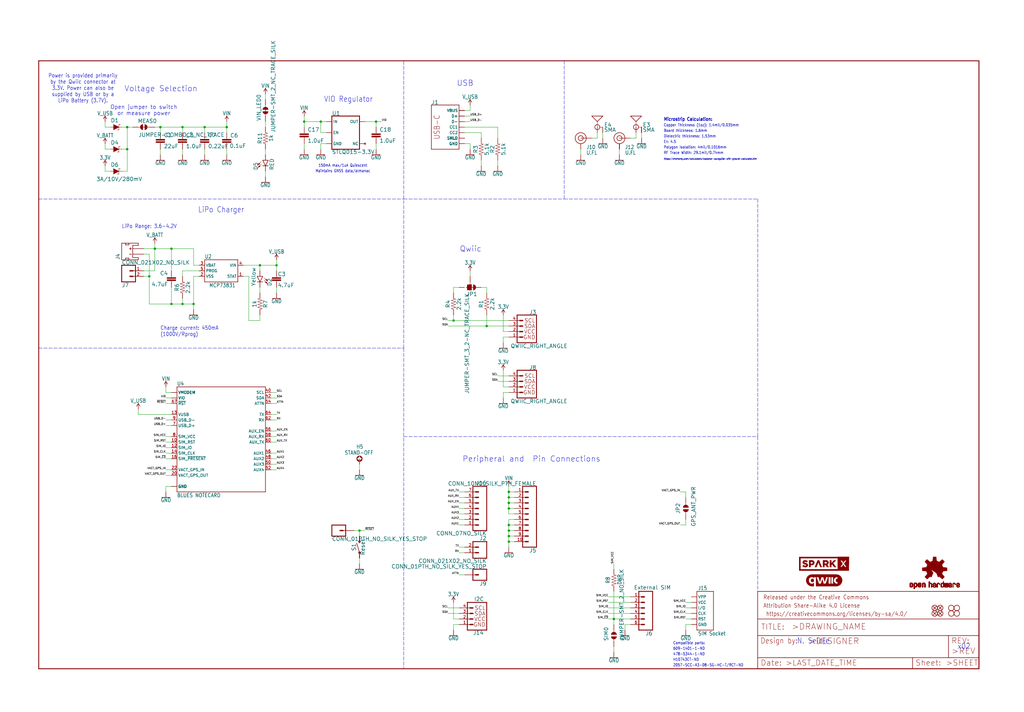
<source format=kicad_sch>
(kicad_sch (version 20211123) (generator eeschema)
  (paper "User" 470.306 327.152)
  (lib_symbols
    (symbol "eagleSchem-eagle-import:0.1UF-0603-25V-(+80{slash}-20%)"
      (property "Reference" "C" (at 1.524 2.921 0))
      (property "Value" "0.1UF-0603-25V-(+80{slash}-20%)" (at 1.524 -2.159 0))
      (symbol "0.1UF-0603-25V-(+80{slash}-20%)_1_0"
        (pin passive line (at 0 5.08 270) (length 2.54) (name "1") (number "1"))
        (pin passive line (at 0 -2.54 90) (length 2.54) (name "2") (number "2"))
      )
    )
    (symbol "eagleSchem-eagle-import:0.22UF-0603-25V-10%"
      (property "Reference" "C" (at 1.524 2.921 0))
      (property "Value" "0.22UF-0603-25V-10%" (at 1.524 -2.159 0))
      (symbol "0.22UF-0603-25V-10%_1_0"
        (pin passive line (at 0 5.08 270) (length 2.54) (name "1") (number "1"))
        (pin passive line (at 0 -2.54 90) (length 2.54) (name "2") (number "2"))
      )
    )
    (symbol "eagleSchem-eagle-import:1.0UF-0603-16V-10%"
      (property "Reference" "C" (at 1.524 2.921 0))
      (property "Value" "1.0UF-0603-16V-10%" (at 1.524 -2.159 0))
      (symbol "1.0UF-0603-16V-10%_1_0"
        (pin passive line (at 0 5.08 270) (length 2.54) (name "1") (number "1"))
        (pin passive line (at 0 -2.54 90) (length 2.54) (name "2") (number "2"))
      )
    )
    (symbol "eagleSchem-eagle-import:1.0UF-0603-16V-10%-X7R"
      (property "Reference" "C" (at 1.524 2.921 0))
      (property "Value" "1.0UF-0603-16V-10%-X7R" (at 1.524 -2.159 0))
      (symbol "1.0UF-0603-16V-10%-X7R_1_0"
        (pin passive line (at 0 5.08 270) (length 2.54) (name "1") (number "1"))
        (pin passive line (at 0 -2.54 90) (length 2.54) (name "2") (number "2"))
      )
    )
    (symbol "eagleSchem-eagle-import:1KOHM-0603-1{slash}10W-1%"
      (property "Reference" "R" (at 0 1.524 0))
      (property "Value" "1KOHM-0603-1{slash}10W-1%" (at 0 -1.524 0))
      (symbol "1KOHM-0603-1{slash}10W-1%_1_0"
        (pin passive line (at -5.08 0 0) (length 2.54) (name "1") (number "1"))
        (pin passive line (at 5.08 0 180) (length 2.54) (name "2") (number "2"))
      )
    )
    (symbol "eagleSchem-eagle-import:2.2KOHM-0603-1{slash}10W-1%"
      (property "Reference" "R" (at 0 1.524 0))
      (property "Value" "2.2KOHM-0603-1{slash}10W-1%" (at 0 -1.524 0))
      (symbol "2.2KOHM-0603-1{slash}10W-1%_1_0"
        (pin passive line (at -5.08 0 0) (length 2.54) (name "1") (number "1"))
        (pin passive line (at 5.08 0 180) (length 2.54) (name "2") (number "2"))
      )
    )
    (symbol "eagleSchem-eagle-import:22UF-1210-16V-20%"
      (property "Reference" "C" (at 1.524 2.921 0))
      (property "Value" "22UF-1210-16V-20%" (at 1.524 -2.159 0))
      (symbol "22UF-1210-16V-20%_1_0"
        (pin passive line (at 0 5.08 270) (length 2.54) (name "1") (number "1"))
        (pin passive line (at 0 -2.54 90) (length 2.54) (name "2") (number "2"))
      )
    )
    (symbol "eagleSchem-eagle-import:3.3V" (power)
      (property "Value" "3.3V" (at 0 2.794 0))
      (symbol "3.3V_1_0"
        (pin power_in line (at 0 0 90) (length 2.54) (name "3.3V") (number "1"))
      )
    )
    (symbol "eagleSchem-eagle-import:4.7UF-0603-35V-(20%)"
      (property "Reference" "C" (at 1.524 2.921 0))
      (property "Value" "4.7UF-0603-35V-(20%)" (at 1.524 -2.159 0))
      (symbol "4.7UF-0603-35V-(20%)_1_0"
        (pin passive line (at 0 5.08 270) (length 2.54) (name "1") (number "1"))
        (pin passive line (at 0 -2.54 90) (length 2.54) (name "2") (number "2"))
      )
    )
    (symbol "eagleSchem-eagle-import:4.7UF-0603-6.3V-(10%)"
      (property "Reference" "C" (at 1.524 2.921 0))
      (property "Value" "4.7UF-0603-6.3V-(10%)" (at 1.524 -2.159 0))
      (symbol "4.7UF-0603-6.3V-(10%)_1_0"
        (pin passive line (at 0 5.08 270) (length 2.54) (name "1") (number "1"))
        (pin passive line (at 0 -2.54 90) (length 2.54) (name "2") (number "2"))
      )
    )
    (symbol "eagleSchem-eagle-import:5.1KOHM5.1KOHM-0603-1{slash}10W-1%"
      (property "Reference" "R" (at 0 1.524 0))
      (property "Value" "5.1KOHM5.1KOHM-0603-1{slash}10W-1%" (at 0 -1.524 0))
      (symbol "5.1KOHM5.1KOHM-0603-1{slash}10W-1%_1_0"
        (pin passive line (at -5.08 0 0) (length 2.54) (name "1") (number "1"))
        (pin passive line (at 5.08 0 180) (length 2.54) (name "2") (number "2"))
      )
    )
    (symbol "eagleSchem-eagle-import:ANTENNA-SMA-GROUNDEDEDGE_SMA_SMD"
      (property "Reference" "E" (at 3.048 0 0))
      (property "Value" "ANTENNA-SMA-GROUNDEDEDGE_SMA_SMD" (at 3.048 -2.286 0))
      (symbol "ANTENNA-SMA-GROUNDEDEDGE_SMA_SMD_1_0"
        (pin bidirectional line (at 2.54 -2.54 90) (length 2.54) (name "GND") (number "GND@0"))
        (pin bidirectional line (at 2.54 -2.54 90) (length 2.54) (name "GND") (number "GND@1"))
        (pin bidirectional line (at 0 -2.54 90) (length 2.54) (name "SIGNAL") (number "SIG"))
      )
    )
    (symbol "eagleSchem-eagle-import:CONN_01PTH_NO_SILK_YES_STOP"
      (property "Reference" "J" (at -2.54 3.048 0))
      (property "Value" "CONN_01PTH_NO_SILK_YES_STOP" (at -2.54 -4.826 0))
      (symbol "CONN_01PTH_NO_SILK_YES_STOP_1_0"
        (pin passive line (at 7.62 0 180) (length 5.08) (name "1") (number "1"))
      )
    )
    (symbol "eagleSchem-eagle-import:CONN_021X02_NO_SILK"
      (property "Reference" "J" (at -2.54 5.588 0))
      (property "Value" "CONN_021X02_NO_SILK" (at -2.54 -4.826 0))
      (symbol "CONN_021X02_NO_SILK_1_0"
        (pin passive line (at 7.62 0 180) (length 5.08) (name "1") (number "1"))
        (pin passive line (at 7.62 2.54 180) (length 5.08) (name "2") (number "2"))
      )
    )
    (symbol "eagleSchem-eagle-import:CONN_06NO_SILK_NO_POP"
      (property "Reference" "J" (at -5.08 10.668 0))
      (property "Value" "CONN_06NO_SILK_NO_POP" (at -5.08 -9.906 0))
      (symbol "CONN_06NO_SILK_NO_POP_1_0"
        (pin passive line (at 5.08 -5.08 180) (length 5.08) (name "1") (number "1"))
        (pin passive line (at 5.08 -2.54 180) (length 5.08) (name "2") (number "2"))
        (pin passive line (at 5.08 0 180) (length 5.08) (name "3") (number "3"))
        (pin passive line (at 5.08 2.54 180) (length 5.08) (name "4") (number "4"))
        (pin passive line (at 5.08 5.08 180) (length 5.08) (name "5") (number "5"))
        (pin passive line (at 5.08 7.62 180) (length 5.08) (name "6") (number "6"))
      )
    )
    (symbol "eagleSchem-eagle-import:CONN_07NO_SILK"
      (property "Reference" "J" (at -5.08 13.208 0))
      (property "Value" "CONN_07NO_SILK" (at -5.08 -9.906 0))
      (symbol "CONN_07NO_SILK_1_0"
        (pin passive line (at 5.08 -5.08 180) (length 5.08) (name "1") (number "1"))
        (pin passive line (at 5.08 -2.54 180) (length 5.08) (name "2") (number "2"))
        (pin passive line (at 5.08 0 180) (length 5.08) (name "3") (number "3"))
        (pin passive line (at 5.08 2.54 180) (length 5.08) (name "4") (number "4"))
        (pin passive line (at 5.08 5.08 180) (length 5.08) (name "5") (number "5"))
        (pin passive line (at 5.08 7.62 180) (length 5.08) (name "6") (number "6"))
        (pin passive line (at 5.08 10.16 180) (length 5.08) (name "7") (number "7"))
      )
    )
    (symbol "eagleSchem-eagle-import:CONN_10NO_SILK_PTH_FEMALE"
      (property "Reference" "J" (at 0 8.128 0))
      (property "Value" "CONN_10NO_SILK_PTH_FEMALE" (at 0 -22.606 0))
      (symbol "CONN_10NO_SILK_PTH_FEMALE_1_0"
        (pin passive line (at 10.16 -17.78 180) (length 5.08) (name "1") (number "1"))
        (pin passive line (at 10.16 5.08 180) (length 5.08) (name "10") (number "10"))
        (pin passive line (at 10.16 -15.24 180) (length 5.08) (name "2") (number "2"))
        (pin passive line (at 10.16 -12.7 180) (length 5.08) (name "3") (number "3"))
        (pin passive line (at 10.16 -10.16 180) (length 5.08) (name "4") (number "4"))
        (pin passive line (at 10.16 -7.62 180) (length 5.08) (name "5") (number "5"))
        (pin passive line (at 10.16 -5.08 180) (length 5.08) (name "6") (number "6"))
        (pin passive line (at 10.16 -2.54 180) (length 5.08) (name "7") (number "7"))
        (pin passive line (at 10.16 0 180) (length 5.08) (name "8") (number "8"))
        (pin passive line (at 10.16 2.54 180) (length 5.08) (name "9") (number "9"))
      )
    )
    (symbol "eagleSchem-eagle-import:DIODE-SCHOTTKY-BAT60A"
      (property "Reference" "D" (at -2.54 2.032 0))
      (property "Value" "DIODE-SCHOTTKY-BAT60A" (at -2.54 -2.032 0))
      (symbol "DIODE-SCHOTTKY-BAT60A_1_0"
        (pin passive line (at -2.54 0 0) (length 0) (name "A") (number "A"))
        (pin passive line (at 2.54 0 180) (length 0) (name "C") (number "C"))
      )
    )
    (symbol "eagleSchem-eagle-import:FIDUCIALUFIDUCIAL")
    (symbol "eagleSchem-eagle-import:FRAME-LEDGER"
      (symbol "FRAME-LEDGER_2_0"
        (text " https://creativecommons.org/licenses/by-sa/4.0/" (at 2.54 24.13 0) (effects (font (size 1.9304 1.6408)) (justify left bottom)))
        (text ">DESIGNER" (at 23.114 11.176 0) (effects (font (size 2.7432 2.7432)) (justify left bottom)))
        (text ">DRAWING_NAME" (at 15.494 17.78 0) (effects (font (size 2.7432 2.7432)) (justify left bottom)))
        (text ">LAST_DATE_TIME" (at 12.7 1.27 0) (effects (font (size 2.54 2.54)) (justify left bottom)))
        (text ">REV" (at 88.9 6.604 0) (effects (font (size 2.7432 2.7432)) (justify left bottom)))
        (text ">SHEET" (at 86.36 1.27 0) (effects (font (size 2.54 2.54)) (justify left bottom)))
        (text "Attribution Share-Alike 4.0 License" (at 2.54 27.94 0) (effects (font (size 1.9304 1.6408)) (justify left bottom)))
        (text "Date:" (at 1.27 1.27 0) (effects (font (size 2.54 2.54)) (justify left bottom)))
        (text "Design by:" (at 1.27 11.43 0) (effects (font (size 2.54 2.159)) (justify left bottom)))
        (text "Released under the Creative Commons" (at 2.54 31.75 0) (effects (font (size 1.9304 1.6408)) (justify left bottom)))
        (text "REV:" (at 88.9 11.43 0) (effects (font (size 2.54 2.54)) (justify left bottom)))
        (text "Sheet:" (at 72.39 1.27 0) (effects (font (size 2.54 2.54)) (justify left bottom)))
        (text "TITLE:" (at 1.524 17.78 0) (effects (font (size 2.54 2.54)) (justify left bottom)))
      )
    )
    (symbol "eagleSchem-eagle-import:GND" (power)
      (property "Value" "GND" (at 0 -0.254 0))
      (symbol "GND_1_0"
        (pin power_in line (at 0 2.54 270) (length 2.54) (name "GND") (number "1"))
      )
    )
    (symbol "eagleSchem-eagle-import:I2C_STANDARD_NO_SILK"
      (property "Reference" "J" (at -5.08 7.874 0))
      (property "Value" "I2C_STANDARD_NO_SILK" (at -5.08 -5.334 0))
      (symbol "I2C_STANDARD_NO_SILK_1_0"
        (text "GND" (at -4.572 -2.54 0) (effects (font (size 1.778 1.778)) (justify left)))
        (text "SCL" (at -4.572 5.08 0) (effects (font (size 1.778 1.778)) (justify left)))
        (text "SDA" (at -4.572 2.54 0) (effects (font (size 1.778 1.778)) (justify left)))
        (text "VCC" (at -4.572 0 0) (effects (font (size 1.778 1.778)) (justify left)))
        (pin power_in line (at 7.62 -2.54 180) (length 5.08) (name "1") (number "1"))
        (pin power_in line (at 7.62 0 180) (length 5.08) (name "2") (number "2"))
        (pin passive line (at 7.62 2.54 180) (length 5.08) (name "3") (number "3"))
        (pin passive line (at 7.62 5.08 180) (length 5.08) (name "4") (number "4"))
      )
    )
    (symbol "eagleSchem-eagle-import:JST_2MM_MALE"
      (property "Reference" "J" (at -2.54 5.842 0))
      (symbol "JST_2MM_MALE_1_0"
        (pin bidirectional line (at 0 -5.08 90) (length 5.08) (name "-") (number "1"))
        (pin bidirectional line (at 2.54 -5.08 90) (length 5.08) (name "+") (number "2"))
        (pin bidirectional line (at -2.54 2.54 90) (length 0) (name "PAD1") (number "NC1"))
        (pin bidirectional line (at 5.08 2.54 90) (length 0) (name "PAD2") (number "NC2"))
      )
    )
    (symbol "eagleSchem-eagle-import:JUMPER-COMBO_2_NC_TRACE"
      (property "Reference" "JP" (at -2.54 2.54 0))
      (property "Value" "JUMPER-COMBO_2_NC_TRACE" (at -2.54 -2.54 0))
      (symbol "JUMPER-COMBO_2_NC_TRACE_1_0"
        (pin passive line (at -5.08 0 0) (length 2.54) (name "1") (number "1"))
        (pin passive line (at 5.08 0 180) (length 2.54) (name "2") (number "2"))
        (pin passive line (at -5.08 0 0) (length 2.54) (name "1") (number "3"))
        (pin passive line (at 5.08 0 180) (length 2.54) (name "2") (number "4"))
      )
    )
    (symbol "eagleSchem-eagle-import:JUMPER-SMT_2_NC_TRACE_SILK"
      (property "Reference" "JP" (at -2.54 2.54 0))
      (property "Value" "JUMPER-SMT_2_NC_TRACE_SILK" (at -2.54 -2.54 0))
      (symbol "JUMPER-SMT_2_NC_TRACE_SILK_1_0"
        (pin passive line (at -5.08 0 0) (length 2.54) (name "1") (number "1"))
        (pin passive line (at 5.08 0 180) (length 2.54) (name "2") (number "2"))
      )
    )
    (symbol "eagleSchem-eagle-import:JUMPER-SMT_2_NO_SILK"
      (property "Reference" "JP" (at -2.54 2.54 0))
      (property "Value" "JUMPER-SMT_2_NO_SILK" (at -2.54 -2.54 0))
      (symbol "JUMPER-SMT_2_NO_SILK_1_0"
        (pin passive line (at -5.08 0 0) (length 2.54) (name "1") (number "1"))
        (pin passive line (at 5.08 0 180) (length 2.54) (name "2") (number "2"))
      )
    )
    (symbol "eagleSchem-eagle-import:JUMPER-SMT_3_2-NC_TRACE_SILK"
      (property "Reference" "JP" (at 2.54 0.381 0))
      (property "Value" "JUMPER-SMT_3_2-NC_TRACE_SILK" (at 2.54 -0.381 0))
      (symbol "JUMPER-SMT_3_2-NC_TRACE_SILK_1_0"
        (pin passive line (at 0 5.08 270) (length 2.54) (name "1") (number "1"))
        (pin passive line (at -5.08 0 0) (length 2.54) (name "2") (number "2"))
        (pin passive line (at 0 -5.08 90) (length 2.54) (name "3") (number "3"))
      )
    )
    (symbol "eagleSchem-eagle-import:LED-RED0603"
      (property "Reference" "D" (at -3.429 -4.572 90))
      (property "Value" "LED-RED0603" (at 1.905 -4.572 90))
      (symbol "LED-RED0603_1_0"
        (pin passive line (at 0 2.54 270) (length 2.54) (name "A") (number "A"))
        (pin passive line (at 0 -5.08 90) (length 2.54) (name "C") (number "C"))
      )
    )
    (symbol "eagleSchem-eagle-import:LED-YELLOW0603"
      (property "Reference" "D" (at -3.429 -4.572 90))
      (property "Value" "LED-YELLOW0603" (at 1.905 -4.572 90))
      (symbol "LED-YELLOW0603_1_0"
        (pin passive line (at 0 2.54 270) (length 2.54) (name "A") (number "A"))
        (pin passive line (at 0 -5.08 90) (length 2.54) (name "C") (number "C"))
      )
    )
    (symbol "eagleSchem-eagle-import:MCP73831"
      (property "Reference" "U" (at -7.62 5.588 0))
      (property "Value" "MCP73831" (at -7.62 -7.62 0))
      (symbol "MCP73831_1_0"
        (pin output line (at -10.16 -2.54 0) (length 2.54) (name "STAT") (number "1"))
        (pin power_in line (at 10.16 -2.54 180) (length 2.54) (name "VSS") (number "2"))
        (pin power_in line (at 10.16 2.54 180) (length 2.54) (name "VBAT") (number "3"))
        (pin power_in line (at -10.16 2.54 0) (length 2.54) (name "VIN") (number "4"))
        (pin input line (at 10.16 0 180) (length 2.54) (name "PROG") (number "5"))
      )
    )
    (symbol "eagleSchem-eagle-import:MOMENTARY-SWITCH-SPST-SMD-5.2-TALL-REDUNDANT"
      (property "Reference" "S" (at 0 1.524 0))
      (property "Value" "MOMENTARY-SWITCH-SPST-SMD-5.2-TALL-REDUNDANT" (at 0 -0.508 0))
      (symbol "MOMENTARY-SWITCH-SPST-SMD-5.2-TALL-REDUNDANT_1_0"
        (pin passive line (at -5.08 0 0) (length 2.54) (name "1") (number "1"))
        (pin passive line (at -5.08 0 0) (length 2.54) (name "1") (number "2"))
        (pin passive line (at 5.08 0 180) (length 2.54) (name "2") (number "3"))
        (pin passive line (at 5.08 0 180) (length 2.54) (name "2") (number "4"))
      )
    )
    (symbol "eagleSchem-eagle-import:NOTECARD"
      (property "Reference" "U" (at -20.32 23.368 0))
      (property "Value" "NOTECARD" (at -20.32 -27.94 0))
      (symbol "NOTECARD_1_0"
        (pin bidirectional line (at -22.86 -2.54 0) (length 2.54) (name "SIM_RST") (number "10"))
        (pin bidirectional line (at -22.86 -22.86 0) (length 2.54) (name "GND") (number "11"))
        (pin bidirectional line (at -22.86 -5.08 0) (length 2.54) (name "SIM_IO") (number "12"))
        (pin bidirectional line (at -22.86 10.16 0) (length 2.54) (name "VUSB") (number "13"))
        (pin bidirectional line (at -22.86 -7.62 0) (length 2.54) (name "SIM_CLK") (number "14"))
        (pin bidirectional line (at -22.86 -10.16 0) (length 2.54) (name "SIM_~{PRESENT}") (number "16"))
        (pin bidirectional line (at -22.86 -22.86 0) (length 2.54) (name "GND") (number "18"))
        (pin bidirectional line (at -22.86 17.78 0) (length 2.54) (name "VIO") (number "2"))
        (pin bidirectional line (at -22.86 -17.78 0) (length 2.54) (name "VACT_GPS_OUT") (number "20"))
        (pin bidirectional line (at -22.86 -15.24 0) (length 2.54) (name "VACT_GPS_IN") (number "22"))
        (pin bidirectional line (at -22.86 -22.86 0) (length 2.54) (name "GND") (number "3"))
        (pin bidirectional line (at -22.86 -22.86 0) (length 2.54) (name "GND") (number "33"))
        (pin bidirectional line (at -22.86 -22.86 0) (length 2.54) (name "GND") (number "39"))
        (pin bidirectional line (at -22.86 17.78 0) (length 2.54) (name "VIO") (number "4"))
        (pin bidirectional line (at 22.86 20.32 180) (length 2.54) (name "SCL") (number "40"))
        (pin bidirectional line (at 22.86 17.78 180) (length 2.54) (name "SDA") (number "42"))
        (pin bidirectional line (at -22.86 -22.86 0) (length 2.54) (name "GND") (number "45"))
        (pin bidirectional line (at 22.86 -7.62 180) (length 2.54) (name "AUX1") (number "46"))
        (pin bidirectional line (at 22.86 -10.16 180) (length 2.54) (name "AUX2") (number "48"))
        (pin bidirectional line (at -22.86 -22.86 0) (length 2.54) (name "GND") (number "5"))
        (pin bidirectional line (at 22.86 -12.7 180) (length 2.54) (name "AUX3") (number "50"))
        (pin bidirectional line (at -22.86 -22.86 0) (length 2.54) (name "GND") (number "51"))
        (pin bidirectional line (at 22.86 -15.24 180) (length 2.54) (name "AUX4") (number "52"))
        (pin bidirectional line (at 22.86 15.24 180) (length 2.54) (name "ATTN") (number "54"))
        (pin bidirectional line (at 22.86 2.54 180) (length 2.54) (name "AUX_EN") (number "56"))
        (pin bidirectional line (at -22.86 -22.86 0) (length 2.54) (name "GND") (number "57"))
        (pin bidirectional line (at 22.86 0 180) (length 2.54) (name "AUX_RX") (number "58"))
        (pin bidirectional line (at -22.86 -22.86 0) (length 2.54) (name "GND") (number "6"))
        (pin bidirectional line (at 22.86 -2.54 180) (length 2.54) (name "AUX_TX") (number "60"))
        (pin bidirectional line (at 22.86 7.62 180) (length 2.54) (name "RX") (number "62"))
        (pin bidirectional line (at 22.86 10.16 180) (length 2.54) (name "TX") (number "64"))
        (pin bidirectional line (at -22.86 15.24 0) (length 2.54) (name "~{RST}") (number "67"))
        (pin bidirectional line (at -22.86 5.08 0) (length 2.54) (name "USB_D+") (number "7"))
        (pin bidirectional line (at -22.86 20.32 0) (length 2.54) (name "VMODEM") (number "70"))
        (pin bidirectional line (at -22.86 -22.86 0) (length 2.54) (name "GND") (number "71"))
        (pin bidirectional line (at -22.86 20.32 0) (length 2.54) (name "VMODEM") (number "72"))
        (pin bidirectional line (at -22.86 -22.86 0) (length 2.54) (name "GND") (number "73"))
        (pin bidirectional line (at -22.86 20.32 0) (length 2.54) (name "VMODEM") (number "74"))
        (pin bidirectional line (at -22.86 0 0) (length 2.54) (name "SIM_VCC") (number "8"))
        (pin bidirectional line (at -22.86 7.62 0) (length 2.54) (name "USB_D-") (number "9"))
      )
    )
    (symbol "eagleSchem-eagle-import:OSHW-LOGOMINI")
    (symbol "eagleSchem-eagle-import:QWIIC_CONNECTORJS-1MM"
      (property "Reference" "J" (at -5.08 7.874 0))
      (property "Value" "QWIIC_CONNECTORJS-1MM" (at -5.08 -5.334 0))
      (symbol "QWIIC_CONNECTORJS-1MM_1_0"
        (text "GND" (at -4.572 -2.54 0) (effects (font (size 1.778 1.778)) (justify left)))
        (text "SCL" (at -4.572 5.08 0) (effects (font (size 1.778 1.778)) (justify left)))
        (text "SDA" (at -4.572 2.54 0) (effects (font (size 1.778 1.778)) (justify left)))
        (text "VCC" (at -4.572 0 0) (effects (font (size 1.778 1.778)) (justify left)))
        (pin power_in line (at 7.62 -2.54 180) (length 5.08) (name "1") (number "1"))
        (pin power_in line (at 7.62 0 180) (length 5.08) (name "2") (number "2"))
        (pin passive line (at 7.62 2.54 180) (length 5.08) (name "3") (number "3"))
        (pin passive line (at 7.62 5.08 180) (length 5.08) (name "4") (number "4"))
      )
    )
    (symbol "eagleSchem-eagle-import:QWIIC_LOGO_CONNECTOR")
    (symbol "eagleSchem-eagle-import:RESISTOR0603-RES"
      (property "Reference" "R" (at -3.81 1.4986 0))
      (property "Value" "RESISTOR0603-RES" (at -3.81 -3.302 0))
      (symbol "RESISTOR0603-RES_1_0"
        (pin passive line (at -5.08 0 0) (length 2.54) (name "1") (number "1"))
        (pin passive line (at 5.08 0 180) (length 2.54) (name "2") (number "2"))
      )
    )
    (symbol "eagleSchem-eagle-import:SIMHOLDER-SIM"
      (property "Reference" "J" (at -4.572 10.668 0))
      (property "Value" "SIMHOLDER-SIM" (at -4.572 -10.16 0))
      (symbol "SIMHOLDER-SIM_1_0"
        (pin power_in line (at -7.62 5.08 0) (length 2.54) (name "VCC") (number "C1"))
        (pin input line (at -7.62 -2.54 0) (length 2.54) (name "RST") (number "C2"))
        (pin input line (at -7.62 0 0) (length 2.54) (name "CLK") (number "C3"))
        (pin power_in line (at -7.62 -5.08 0) (length 2.54) (name "GND") (number "C5"))
        (pin input line (at -7.62 7.62 0) (length 2.54) (name "VPP") (number "C6"))
        (pin bidirectional line (at -7.62 2.54 0) (length 2.54) (name "I/O") (number "C7"))
      )
    )
    (symbol "eagleSchem-eagle-import:SPARKX-LOGO4")
    (symbol "eagleSchem-eagle-import:STAND-OFF")
    (symbol "eagleSchem-eagle-import:STAND-OFF-REFLOW2.5MM_TALL"
      (property "Reference" "H" (at -2.54 2.54 0))
      (property "Value" "STAND-OFF-REFLOW2.5MM_TALL" (at 2.54 0 0))
      (symbol "STAND-OFF-REFLOW2.5MM_TALL_1_0"
        (pin bidirectional line (at 0 -2.54 90) (length 2.54) (name "1") (number "1"))
      )
    )
    (symbol "eagleSchem-eagle-import:STLQ015-3.3V"
      (property "Reference" "U" (at -7.62 7.874 0))
      (property "Value" "STLQ015-3.3V" (at -7.62 -7.874 0))
      (symbol "STLQ015-3.3V_1_0"
        (pin input line (at -10.16 5.08 0) (length 2.54) (name "IN") (number "1"))
        (pin input line (at -10.16 -5.08 0) (length 2.54) (name "GND") (number "2"))
        (pin input line (at -10.16 0 0) (length 2.54) (name "EN") (number "3"))
        (pin no_connect line (at 7.62 -5.08 180) (length 2.54) (name "NC") (number "4"))
        (pin passive line (at 7.62 5.08 180) (length 2.54) (name "OUT") (number "5"))
      )
    )
    (symbol "eagleSchem-eagle-import:U.FL2PIN"
      (property "Reference" "J" (at 2.54 -5.08 0))
      (property "Value" "U.FL2PIN" (at 2.54 -7.62 0))
      (symbol "U.FL2PIN_1_0"
        (pin bidirectional line (at 0 -5.08 90) (length 2.54) (name "GND") (number "1"))
        (pin bidirectional line (at 0 -5.08 90) (length 2.54) (name "GND") (number "2"))
        (pin bidirectional line (at 5.08 0 180) (length 5.08) (name "SIGNAL") (number "FEED"))
      )
    )
    (symbol "eagleSchem-eagle-import:USB_C_2-LAYER_PADS"
      (property "Reference" "J" (at -2.54 10.414 0))
      (property "Value" "USB_C_2-LAYER_PADS" (at -2.54 -12.446 0))
      (symbol "USB_C_2-LAYER_PADS_1_0"
        (text "USB-C" (at 0 0 900) (effects (font (size 2.54 2.159))))
        (pin bidirectional line (at 12.7 0 180) (length 2.54) (name "CC1") (number "A5"))
        (pin bidirectional line (at 12.7 5.08 180) (length 2.54) (name "D+") (number "A6"))
        (pin bidirectional line (at 12.7 2.54 180) (length 2.54) (name "D-") (number "A7"))
        (pin bidirectional line (at 12.7 -2.54 180) (length 2.54) (name "CC2") (number "B5"))
        (pin bidirectional line (at 12.7 5.08 180) (length 2.54) (name "D+") (number "B6"))
        (pin bidirectional line (at 12.7 2.54 180) (length 2.54) (name "D-") (number "B7"))
        (pin bidirectional line (at 12.7 -7.62 180) (length 2.54) (name "GND") (number "GND"))
        (pin bidirectional line (at 12.7 -7.62 180) (length 2.54) (name "GND") (number "GND2"))
        (pin bidirectional line (at 12.7 -5.08 180) (length 2.54) (name "SHLD") (number "SHLD1"))
        (pin bidirectional line (at 12.7 -5.08 180) (length 2.54) (name "SHLD") (number "SHLD2"))
        (pin bidirectional line (at 12.7 -5.08 180) (length 2.54) (name "SHLD") (number "SHLD3"))
        (pin bidirectional line (at 12.7 -5.08 180) (length 2.54) (name "SHLD") (number "SHLD4"))
        (pin bidirectional line (at 12.7 7.62 180) (length 2.54) (name "VBUS") (number "VBUS1"))
        (pin bidirectional line (at 12.7 7.62 180) (length 2.54) (name "VBUS") (number "VBUS2"))
      )
    )
    (symbol "eagleSchem-eagle-import:VIN" (power)
      (property "Value" "VIN" (at 0 2.794 0))
      (symbol "VIN_1_0"
        (pin power_in line (at 0 0 90) (length 2.54) (name "VIN") (number "1"))
      )
    )
    (symbol "eagleSchem-eagle-import:V_BATT" (power)
      (property "Value" "V_BATT" (at 0 2.794 0))
      (symbol "V_BATT_1_0"
        (pin power_in line (at 0 0 90) (length 2.54) (name "V_BATT") (number "1"))
      )
    )
    (symbol "eagleSchem-eagle-import:V_USB" (power)
      (property "Value" "V_USB" (at 0 2.794 0))
      (symbol "V_USB_1_0"
        (pin power_in line (at 0 0 90) (length 2.54) (name "V_USB") (number "1"))
      )
    )
  )
  (junction (at 83.82 139.7))
  (junction (at 73.66 58.42))
  (junction (at 78.74 139.7))
  (junction (at 233.68 226.06))
  (junction (at 223.52 149.86))
  (junction (at 172.72 55.88))
  (junction (at 147.32 55.88))
  (junction (at 119.38 121.92))
  (junction (at 208.28 147.32))
  (junction (at 233.68 228.6))
  (junction (at 139.7 55.88))
  (junction (at 83.82 58.42))
  (junction (at 165.1 243.84))
  (junction (at 233.68 241.3))
  (junction (at 68.58 127))
  (junction (at 281.94 284.48))
  (junction (at 127 121.92))
  (junction (at 58.42 68.58))
  (junction (at 233.68 231.14))
  (junction (at 88.9 139.7))
  (junction (at 233.68 243.84))
  (junction (at 233.68 233.68))
  (junction (at 78.74 114.3))
  (junction (at 233.68 246.38))
  (junction (at 71.12 114.3))
  (junction (at 233.68 248.92))
  (junction (at 58.42 58.42))
  (junction (at 104.14 58.42))
  (junction (at 93.98 58.42))
  (wire (pts (xy 233.68 177.8) (xy 231.14 177.8)))
  (wire (pts (xy 220.98 76.2) (xy 220.98 73.66)))
  (wire (pts (xy 281.94 271.78) (xy 281.94 284.48)))
  (wire (pts (xy 58.42 68.58) (xy 58.42 78.74)))
  (wire (pts (xy 124.46 198.12) (xy 127 198.12)))
  (wire (pts (xy 78.74 190.5) (xy 63.5 190.5)))
  (wire (pts (xy 233.68 233.68) (xy 233.68 231.14)))
  (wire (pts (xy 76.2 223.52) (xy 76.2 226.06)))
  (wire (pts (xy 213.36 226.06) (xy 210.82 226.06)))
  (wire (pts (xy 78.74 195.58) (xy 76.2 195.58)))
  (wire (pts (xy 121.92 71.12) (xy 121.92 68.58)))
  (wire (pts (xy 124.46 193.04) (xy 127 193.04)))
  (wire (pts (xy 124.46 180.34) (xy 127 180.34)))
  (wire (pts (xy 68.58 127) (xy 68.58 139.7)))
  (wire (pts (xy 83.82 60.96) (xy 83.82 58.42)))
  (wire (pts (xy 233.68 246.38) (xy 233.68 248.92)))
  (wire (pts (xy 228.6 76.2) (xy 228.6 73.66)))
  (wire (pts (xy 78.74 180.34) (xy 76.2 180.34)))
  (wire (pts (xy 233.68 172.72) (xy 228.6 172.72)))
  (wire (pts (xy 274.32 63.5) (xy 274.32 60.96)))
  (wire (pts (xy 266.7 68.58) (xy 266.7 71.12)))
  (wire (pts (xy 71.12 114.3) (xy 78.74 114.3)))
  (wire (pts (xy 223.52 132.08) (xy 223.52 134.62)))
  (wire (pts (xy 78.74 124.46) (xy 78.74 114.3)))
  (wire (pts (xy 55.88 68.58) (xy 58.42 68.58)))
  (wire (pts (xy 289.56 63.5) (xy 292.1 63.5)))
  (wire (pts (xy 233.68 154.94) (xy 231.14 154.94)))
  (wire (pts (xy 292.1 63.5) (xy 292.1 60.96)))
  (wire (pts (xy 236.22 238.76) (xy 233.68 238.76)))
  (wire (pts (xy 236.22 228.6) (xy 233.68 228.6)))
  (wire (pts (xy 68.58 116.84) (xy 68.58 127)))
  (wire (pts (xy 83.82 71.12) (xy 83.82 68.58)))
  (wire (pts (xy 124.46 210.82) (xy 127 210.82)))
  (wire (pts (xy 317.5 284.48) (xy 314.96 284.48)))
  (wire (pts (xy 208.28 284.48) (xy 208.28 276.86)))
  (wire (pts (xy 73.66 58.42) (xy 83.82 58.42)))
  (wire (pts (xy 215.9 66.04) (xy 215.9 68.58)))
  (wire (pts (xy 213.36 50.8) (xy 215.9 50.8)))
  (wire (pts (xy 124.46 182.88) (xy 127 182.88)))
  (wire (pts (xy 71.12 58.42) (xy 73.66 58.42)))
  (wire (pts (xy 281.94 299.72) (xy 281.94 297.18)))
  (wire (pts (xy 104.14 58.42) (xy 104.14 60.96)))
  (wire (pts (xy 66.04 127) (xy 68.58 127)))
  (wire (pts (xy 289.56 281.94) (xy 279.4 281.94)))
  (wire (pts (xy 50.8 68.58) (xy 48.26 68.58)))
  (wire (pts (xy 48.26 68.58) (xy 48.26 66.04)))
  (wire (pts (xy 167.64 243.84) (xy 165.1 243.84)))
  (wire (pts (xy 236.22 248.92) (xy 233.68 248.92)))
  (wire (pts (xy 172.72 58.42) (xy 172.72 55.88)))
  (wire (pts (xy 314.96 226.06) (xy 312.42 226.06)))
  (wire (pts (xy 213.36 55.88) (xy 215.9 55.88)))
  (wire (pts (xy 215.9 50.8) (xy 215.9 48.26)))
  (wire (pts (xy 78.74 182.88) (xy 76.2 182.88)))
  (wire (pts (xy 124.46 200.66) (xy 127 200.66)))
  (polyline (pts (xy 185.42 160.02) (xy 185.42 91.44)))
  (wire (pts (xy 314.96 287.02) (xy 314.96 289.56)))
  (wire (pts (xy 213.36 254) (xy 210.82 254)))
  (wire (pts (xy 284.48 68.58) (xy 284.48 71.12)))
  (wire (pts (xy 213.36 233.68) (xy 210.82 233.68)))
  (wire (pts (xy 124.46 213.36) (xy 127 213.36)))
  (wire (pts (xy 314.96 238.76) (xy 314.96 241.3)))
  (wire (pts (xy 233.68 243.84) (xy 233.68 246.38)))
  (wire (pts (xy 127 119.38) (xy 127 121.92)))
  (polyline (pts (xy 17.78 91.44) (xy 185.42 91.44)))
  (wire (pts (xy 236.22 243.84) (xy 233.68 243.84)))
  (wire (pts (xy 233.68 236.22) (xy 233.68 233.68)))
  (wire (pts (xy 233.68 175.26) (xy 228.6 175.26)))
  (wire (pts (xy 124.46 208.28) (xy 127 208.28)))
  (wire (pts (xy 119.38 132.08) (xy 119.38 134.62)))
  (wire (pts (xy 208.28 132.08) (xy 210.82 132.08)))
  (wire (pts (xy 208.28 287.02) (xy 208.28 289.56)))
  (wire (pts (xy 71.12 124.46) (xy 71.12 114.3)))
  (wire (pts (xy 147.32 55.88) (xy 139.7 55.88)))
  (polyline (pts (xy 17.78 160.02) (xy 185.42 160.02)))
  (wire (pts (xy 281.94 287.02) (xy 281.94 284.48)))
  (wire (pts (xy 208.28 144.78) (xy 208.28 147.32)))
  (wire (pts (xy 78.74 208.28) (xy 76.2 208.28)))
  (wire (pts (xy 71.12 111.76) (xy 71.12 114.3)))
  (wire (pts (xy 78.74 132.08) (xy 78.74 139.7)))
  (wire (pts (xy 78.74 114.3) (xy 88.9 114.3)))
  (wire (pts (xy 63.5 190.5) (xy 63.5 187.96)))
  (wire (pts (xy 208.28 134.62) (xy 208.28 132.08)))
  (wire (pts (xy 119.38 121.92) (xy 127 121.92)))
  (wire (pts (xy 88.9 139.7) (xy 88.9 142.24)))
  (wire (pts (xy 289.56 276.86) (xy 279.4 276.86)))
  (wire (pts (xy 233.68 152.4) (xy 231.14 152.4)))
  (wire (pts (xy 165.1 246.38) (xy 165.1 243.84)))
  (wire (pts (xy 91.44 127) (xy 88.9 127)))
  (wire (pts (xy 236.22 231.14) (xy 233.68 231.14)))
  (wire (pts (xy 213.36 60.96) (xy 220.98 60.96)))
  (wire (pts (xy 93.98 71.12) (xy 93.98 68.58)))
  (wire (pts (xy 289.56 284.48) (xy 281.94 284.48)))
  (wire (pts (xy 165.1 256.54) (xy 165.1 259.08)))
  (wire (pts (xy 208.28 147.32) (xy 205.74 147.32)))
  (wire (pts (xy 119.38 124.46) (xy 119.38 121.92)))
  (wire (pts (xy 73.66 60.96) (xy 73.66 58.42)))
  (wire (pts (xy 78.74 218.44) (xy 76.2 218.44)))
  (wire (pts (xy 165.1 243.84) (xy 162.56 243.84)))
  (wire (pts (xy 231.14 180.34) (xy 231.14 182.88)))
  (wire (pts (xy 294.64 60.96) (xy 294.64 63.5)))
  (wire (pts (xy 78.74 205.74) (xy 76.2 205.74)))
  (wire (pts (xy 314.96 241.3) (xy 312.42 241.3)))
  (wire (pts (xy 210.82 279.4) (xy 205.74 279.4)))
  (wire (pts (xy 139.7 55.88) (xy 139.7 58.42)))
  (wire (pts (xy 210.82 284.48) (xy 208.28 284.48)))
  (wire (pts (xy 271.78 63.5) (xy 274.32 63.5)))
  (wire (pts (xy 233.68 149.86) (xy 223.52 149.86)))
  (polyline (pts (xy 185.42 160.02) (xy 185.42 307.34)))
  (wire (pts (xy 121.92 58.42) (xy 121.92 55.88)))
  (wire (pts (xy 281.94 284.48) (xy 279.4 284.48)))
  (wire (pts (xy 78.74 193.04) (xy 76.2 193.04)))
  (wire (pts (xy 236.22 246.38) (xy 233.68 246.38)))
  (wire (pts (xy 66.04 124.46) (xy 71.12 124.46)))
  (wire (pts (xy 172.72 68.58) (xy 172.72 66.04)))
  (wire (pts (xy 93.98 58.42) (xy 93.98 60.96)))
  (wire (pts (xy 236.22 226.06) (xy 233.68 226.06)))
  (wire (pts (xy 213.36 58.42) (xy 228.6 58.42)))
  (wire (pts (xy 119.38 147.32) (xy 119.38 144.78)))
  (wire (pts (xy 124.46 185.42) (xy 127 185.42)))
  (wire (pts (xy 124.46 215.9) (xy 127 215.9)))
  (wire (pts (xy 111.76 121.92) (xy 119.38 121.92)))
  (wire (pts (xy 68.58 139.7) (xy 78.74 139.7)))
  (wire (pts (xy 73.66 68.58) (xy 73.66 71.12)))
  (wire (pts (xy 124.46 203.2) (xy 127 203.2)))
  (wire (pts (xy 121.92 43.18) (xy 121.92 45.72)))
  (wire (pts (xy 287.02 287.02) (xy 287.02 289.56)))
  (wire (pts (xy 223.52 144.78) (xy 223.52 149.86)))
  (wire (pts (xy 289.56 287.02) (xy 287.02 287.02)))
  (wire (pts (xy 281.94 261.62) (xy 281.94 259.08)))
  (wire (pts (xy 213.36 241.3) (xy 210.82 241.3)))
  (wire (pts (xy 317.5 281.94) (xy 314.96 281.94)))
  (wire (pts (xy 233.68 241.3) (xy 233.68 243.84)))
  (polyline (pts (xy 347.98 91.44) (xy 347.98 200.66)))
  (wire (pts (xy 213.36 228.6) (xy 210.82 228.6)))
  (wire (pts (xy 66.04 116.84) (xy 68.58 116.84)))
  (wire (pts (xy 210.82 281.94) (xy 205.74 281.94)))
  (wire (pts (xy 223.52 149.86) (xy 205.74 149.86)))
  (wire (pts (xy 236.22 241.3) (xy 233.68 241.3)))
  (wire (pts (xy 215.9 124.46) (xy 215.9 127)))
  (wire (pts (xy 139.7 55.88) (xy 139.7 53.34)))
  (wire (pts (xy 78.74 215.9) (xy 76.2 215.9)))
  (wire (pts (xy 78.74 203.2) (xy 76.2 203.2)))
  (wire (pts (xy 83.82 139.7) (xy 88.9 139.7)))
  (wire (pts (xy 289.56 279.4) (xy 279.4 279.4)))
  (wire (pts (xy 55.88 58.42) (xy 58.42 58.42)))
  (polyline (pts (xy 259.08 27.94) (xy 259.08 91.44)))
  (wire (pts (xy 121.92 81.28) (xy 121.92 78.74)))
  (wire (pts (xy 76.2 180.34) (xy 76.2 177.8)))
  (wire (pts (xy 213.36 251.46) (xy 210.82 251.46)))
  (wire (pts (xy 58.42 58.42) (xy 58.42 68.58)))
  (wire (pts (xy 149.86 66.04) (xy 147.32 66.04)))
  (wire (pts (xy 58.42 58.42) (xy 60.96 58.42)))
  (wire (pts (xy 104.14 55.88) (xy 104.14 58.42)))
  (wire (pts (xy 88.9 114.3) (xy 88.9 121.92)))
  (wire (pts (xy 220.98 132.08) (xy 223.52 132.08)))
  (polyline (pts (xy 185.42 200.66) (xy 347.98 200.66)))
  (wire (pts (xy 213.36 231.14) (xy 210.82 231.14)))
  (wire (pts (xy 93.98 58.42) (xy 104.14 58.42)))
  (wire (pts (xy 317.5 276.86) (xy 314.96 276.86)))
  (polyline (pts (xy 347.98 200.66) (xy 347.98 271.78)))
  (wire (pts (xy 289.56 274.32) (xy 279.4 274.32)))
  (wire (pts (xy 213.36 238.76) (xy 210.82 238.76)))
  (wire (pts (xy 78.74 139.7) (xy 83.82 139.7)))
  (wire (pts (xy 48.26 78.74) (xy 48.26 76.2)))
  (polyline (pts (xy 259.08 91.44) (xy 347.98 91.44)))
  (wire (pts (xy 236.22 233.68) (xy 233.68 233.68)))
  (wire (pts (xy 78.74 200.66) (xy 76.2 200.66)))
  (wire (pts (xy 233.68 231.14) (xy 233.68 228.6)))
  (wire (pts (xy 114.3 147.32) (xy 119.38 147.32)))
  (wire (pts (xy 111.76 127) (xy 114.3 127)))
  (wire (pts (xy 149.86 55.88) (xy 147.32 55.88)))
  (wire (pts (xy 236.22 236.22) (xy 233.68 236.22)))
  (wire (pts (xy 213.36 236.22) (xy 210.82 236.22)))
  (wire (pts (xy 88.9 121.92) (xy 91.44 121.92)))
  (wire (pts (xy 147.32 60.96) (xy 147.32 55.88)))
  (wire (pts (xy 231.14 154.94) (xy 231.14 157.48)))
  (polyline (pts (xy 185.42 91.44) (xy 185.42 27.94)))
  (wire (pts (xy 50.8 58.42) (xy 48.26 58.42)))
  (wire (pts (xy 167.64 55.88) (xy 172.72 55.88)))
  (wire (pts (xy 233.68 228.6) (xy 233.68 226.06)))
  (wire (pts (xy 213.36 66.04) (xy 215.9 66.04)))
  (wire (pts (xy 66.04 114.3) (xy 71.12 114.3)))
  (wire (pts (xy 78.74 223.52) (xy 76.2 223.52)))
  (wire (pts (xy 83.82 58.42) (xy 93.98 58.42)))
  (wire (pts (xy 127 134.62) (xy 127 132.08)))
  (wire (pts (xy 127 121.92) (xy 127 124.46)))
  (wire (pts (xy 165.1 215.9) (xy 165.1 213.36)))
  (wire (pts (xy 233.68 180.34) (xy 231.14 180.34)))
  (wire (pts (xy 88.9 127) (xy 88.9 139.7)))
  (wire (pts (xy 104.14 71.12) (xy 104.14 68.58)))
  (wire (pts (xy 114.3 127) (xy 114.3 147.32)))
  (wire (pts (xy 78.74 185.42) (xy 76.2 185.42)))
  (wire (pts (xy 233.68 226.06) (xy 233.68 223.52)))
  (wire (pts (xy 149.86 60.96) (xy 147.32 60.96)))
  (wire (pts (xy 233.68 147.32) (xy 208.28 147.32)))
  (wire (pts (xy 210.82 287.02) (xy 208.28 287.02)))
  (wire (pts (xy 48.26 58.42) (xy 48.26 55.88)))
  (wire (pts (xy 220.98 60.96) (xy 220.98 63.5)))
  (wire (pts (xy 83.82 137.16) (xy 83.82 139.7)))
  (wire (pts (xy 147.32 66.04) (xy 147.32 68.58)))
  (wire (pts (xy 78.74 210.82) (xy 76.2 210.82)))
  (wire (pts (xy 314.96 228.6) (xy 314.96 226.06)))
  (wire (pts (xy 317.5 279.4) (xy 314.96 279.4)))
  (wire (pts (xy 228.6 58.42) (xy 228.6 63.5)))
  (polyline (pts (xy 185.42 91.44) (xy 259.08 91.44)))
  (wire (pts (xy 317.5 287.02) (xy 314.96 287.02)))
  (wire (pts (xy 83.82 127) (xy 83.82 124.46)))
  (wire (pts (xy 231.14 152.4) (xy 231.14 144.78)))
  (wire (pts (xy 233.68 248.92) (xy 233.68 251.46)))
  (wire (pts (xy 50.8 78.74) (xy 48.26 78.74)))
  (wire (pts (xy 55.88 78.74) (xy 58.42 78.74)))
  (wire (pts (xy 139.7 68.58) (xy 139.7 66.04)))
  (wire (pts (xy 213.36 264.16) (xy 210.82 264.16)))
  (wire (pts (xy 276.86 60.96) (xy 276.86 63.5)))
  (wire (pts (xy 233.68 238.76) (xy 233.68 241.3)))
  (wire (pts (xy 231.14 177.8) (xy 231.14 170.18)))
  (wire (pts (xy 83.82 124.46) (xy 91.44 124.46)))
  (wire (pts (xy 213.36 53.34) (xy 215.9 53.34)))
  (wire (pts (xy 172.72 55.88) (xy 175.26 55.88)))
  (wire (pts (xy 124.46 190.5) (xy 127 190.5)))
  (text "Maintains GNSS data/almanac" (at 157.48 78.74 180) (effects (font (size 1.27 1.0795))))
  (text "Compatible parts:" (at 309.118 296.418 180) (effects (font (size 1.27 1.0795)) (justify left bottom)))
  (text "https://chemandy.com/calculators/coplanar-waveguide-with-ground-calculator.htm" (at 304.8 73.66 180) (effects (font (size 0.762 0.6477)) (justify left bottom)))
  (text "RF Trace Width: 29.1mil/0.74mm" (at 304.8 71.12 180) (effects (font (size 1.27 1.0795)) (justify left bottom)))
  (text "VIO Regulator" (at 160.02 45.72 180) (effects (font (size 2.54 2.159))))
  (text "Copper Thickness (1oz): 1.4mil/0.035mm" (at 304.8 58.42 180) (effects (font (size 1.27 1.0795)) (justify left bottom)))
  (text "478-5344-1-ND" (at 309.118 301.498 180) (effects (font (size 1.27 1.0795)) (justify left bottom)))
  (text "Board thickness: 1.6mm" (at 304.8 60.96 180) (effects (font (size 1.27 1.0795)) (justify left bottom)))
  (text "Charge current: 450mA\n(1000V/Rprog)" (at 73.66 149.86 180) (effects (font (size 1.778 1.5113)) (justify left top)))
  (text "Qwiic" (at 216.154 114.554 180) (effects (font (size 2.54 2.54))))
  (text "USB" (at 213.614 38.354 180) (effects (font (size 2.54 2.54))))
  (text "x02" (at 439.674 298.704 180) (effects (font (size 2.54 2.159)) (justify left bottom)))
  (text "Polygon Isolation: 4mil/0.1016mm" (at 304.8 68.58 180) (effects (font (size 1.27 1.0795)) (justify left bottom)))
  (text "609-1401-1-ND" (at 309.118 298.958 180) (effects (font (size 1.27 1.0795)) (justify left bottom)))
  (text "LiPo Charger" (at 101.6 96.52 180) (effects (font (size 2.54 2.159))))
  (text "H10743CT-ND" (at 309.118 304.038 180) (effects (font (size 1.27 1.0795)) (justify left bottom)))
  (text "Er: 4.5" (at 304.8 66.04 180) (effects (font (size 1.27 1.0795)) (justify left bottom)))
  (text "Voltage Selection" (at 73.914 40.894 180) (effects (font (size 2.54 2.54))))
  (text "Power is provided primarily\nby the Qwiic connector at\n3.3V. Power can also be\nsupplied by USB or by a\nLiPo Battery (3.7V)." (at 38.1 40.64 180) (effects (font (size 1.778 1.5113))))
  (text "Peripheral and  Pin Connections" (at 244.094 211.074 180) (effects (font (size 2.54 2.54))))
  (text "LiPo Range: 3.6-4.2V" (at 68.58 104.14 180) (effects (font (size 1.778 1.5113))))
  (text "Open jumper to switch\nor measure power" (at 66.04 50.8 180) (effects (font (size 1.778 1.778))))
  (text "150mA max/1uA Quiescent" (at 157.48 76.2 180) (effects (font (size 1.27 1.0795))))
  (text "N. Seidle" (at 366.014 296.164 180) (effects (font (size 2.54 2.159)) (justify left bottom)))
  (text "Dielectric thickness: 1.53mm" (at 304.8 63.5 180) (effects (font (size 1.27 1.0795)) (justify left bottom)))
  (text "Microstrip Calculation:" (at 304.8 55.88 180) (effects (font (size 1.524 1.2954) (thickness 0.2591) bold) (justify left bottom)))
  (text "2057-SCC-A3-08-SG-HC-T/RCT-ND" (at 309.118 306.578 180) (effects (font (size 1.27 1.0795)) (justify left bottom)))
  (label "SIM_CLK" (at 76.2 208.28 180) (effects (font (size 0.889 0.889))))
  (label "AUX1" (at 127 208.28 0) (effects (font (size 0.889 0.889))))
  (label "SIM_VCC" (at 281.94 259.08 90) (effects (font (size 0.889 0.889))))
  (label "AUX_EN" (at 127 198.12 0) (effects (font (size 0.889 0.889))))
  (label "SIM_RST" (at 279.4 276.86 180) (effects (font (size 0.889 0.889))))
  (label "SIM_VCC" (at 76.2 200.66 180) (effects (font (size 0.889 0.889))))
  (label "SIM_VCC" (at 314.96 276.86 180) (effects (font (size 0.889 0.889))))
  (label "SIM_IO" (at 76.2 205.74 180) (effects (font (size 0.889 0.889))))
  (label "AUX2" (at 210.82 238.76 180) (effects (font (size 0.889 0.889))))
  (label "USB_D-" (at 215.9 55.88 0) (effects (font (size 0.889 0.889))))
  (label "SIM_VCC" (at 279.4 274.32 180) (effects (font (size 0.889 0.889))))
  (label "SCL" (at 205.74 279.4 180) (effects (font (size 0.889 0.889))))
  (label "AUX_RX" (at 127 200.66 0) (effects (font (size 0.889 0.889))))
  (label "RX" (at 210.82 254 180) (effects (font (size 0.889 0.889))))
  (label "SDA" (at 205.74 281.94 180) (effects (font (size 0.889 0.889))))
  (label "SCL" (at 228.6 172.72 180) (effects (font (size 0.889 0.889))))
  (label "ATTN" (at 210.82 264.16 180) (effects (font (size 0.889 0.889))))
  (label "TX" (at 127 190.5 0) (effects (font (size 0.889 0.889))))
  (label "AUX_EN" (at 210.82 231.14 180) (effects (font (size 0.889 0.889))))
  (label "SIM_RST" (at 76.2 203.2 180) (effects (font (size 0.889 0.889))))
  (label "SDA" (at 127 182.88 0) (effects (font (size 0.889 0.889))))
  (label "SIM_IO" (at 279.4 279.4 180) (effects (font (size 0.889 0.889))))
  (label "VIO" (at 175.26 55.88 0) (effects (font (size 0.889 0.889))))
  (label "VACT_GPS_OUT" (at 76.2 218.44 180) (effects (font (size 0.889 0.889))))
  (label "VIO" (at 76.2 182.88 180) (effects (font (size 0.889 0.889))))
  (label "~{RESET}" (at 76.2 185.42 180) (effects (font (size 0.889 0.889))))
  (label "AUX_RX" (at 210.82 228.6 180) (effects (font (size 0.889 0.889))))
  (label "ATTN" (at 127 185.42 0) (effects (font (size 0.889 0.889))))
  (label "SCL" (at 205.74 147.32 180) (effects (font (size 0.889 0.889))))
  (label "SIM_CLK" (at 314.96 281.94 180) (effects (font (size 0.889 0.889))))
  (label "AUX3" (at 210.82 236.22 180) (effects (font (size 0.889 0.889))))
  (label "AUX_TX" (at 210.82 226.06 180) (effects (font (size 0.889 0.889))))
  (label "SDA" (at 228.6 175.26 180) (effects (font (size 0.889 0.889))))
  (label "VACT_GPS_IN" (at 76.2 215.9 180) (effects (font (size 0.889 0.889))))
  (label "SIM_IO" (at 314.96 279.4 180) (effects (font (size 0.889 0.889))))
  (label "SIM_~{CD}" (at 76.2 210.82 180) (effects (font (size 0.889 0.889))))
  (label "VACT_GPS_IN" (at 312.42 226.06 180) (effects (font (size 0.889 0.889))))
  (label "USB_D-" (at 76.2 193.04 180) (effects (font (size 0.889 0.889))))
  (label "RX" (at 127 193.04 0) (effects (font (size 0.889 0.889))))
  (label "AUX4" (at 127 215.9 0) (effects (font (size 0.889 0.889))))
  (label "AUX2" (at 127 210.82 0) (effects (font (size 0.889 0.889))))
  (label "TX" (at 210.82 251.46 180) (effects (font (size 0.889 0.889))))
  (label "SCL" (at 127 180.34 0) (effects (font (size 0.889 0.889))))
  (label "SDA" (at 205.74 149.86 180) (effects (font (size 0.889 0.889))))
  (label "USB_D+" (at 215.9 53.34 0) (effects (font (size 0.889 0.889))))
  (label "SIM_CLK" (at 279.4 281.94 180) (effects (font (size 0.889 0.889))))
  (label "AUX4" (at 210.82 233.68 180) (effects (font (size 0.889 0.889))))
  (label "SIM_~{CD}" (at 279.4 284.48 180) (effects (font (size 0.889 0.889))))
  (label "~{RESET}" (at 167.64 243.84 0) (effects (font (size 0.889 0.889))))
  (label "VACT_GPS_OUT" (at 312.42 241.3 180) (effects (font (size 0.889 0.889))))
  (label "AUX3" (at 127 213.36 0) (effects (font (size 0.889 0.889))))
  (label "AUX1" (at 210.82 241.3 180) (effects (font (size 0.889 0.889))))
  (label "AUX_TX" (at 127 203.2 0) (effects (font (size 0.889 0.889))))
  (label "SIM_RST" (at 314.96 284.48 180) (effects (font (size 0.889 0.889))))
  (label "USB_D+" (at 76.2 195.58 180) (effects (font (size 0.889 0.889))))
  (symbol (lib_id "eagleSchem-eagle-import:GND") (at 139.7 71.12 0) (unit 1)
    (property "Reference" "#GND49" (effects hide))
    (property "Value" "GND" (at 139.7 71.374 0) (effects (font (size 1.778 1.5113)) (justify top)))
    (property "Footprint" "eagleSchem:" (effects hide))
  )
  (symbol (lib_id "eagleSchem-eagle-import:0.1UF-0603-25V-(+80{slash}-20%)") (at 104.14 66.04 0) (mirror y) (unit 1)
    (property "Reference" "C6" (at 105.664 63.246 0) (effects (font (size 1.778 1.778)) (justify right bottom)))
    (property "Value" "0.1uF" (at 105.41 68.072 0) (effects (font (size 1.778 1.778)) (justify right bottom)))
    (property "Footprint" "eagleSchem:0603" (effects hide))
  )
  (symbol (lib_id "eagleSchem-eagle-import:SIMHOLDER-SIM") (at 325.12 281.94 0) (unit 1)
    (property "Reference" "J15" (at 320.548 271.272 0) (effects (font (size 1.778 1.5113)) (justify left bottom)))
    (property "Value" "SIM Socket" (at 320.548 292.1 0) (effects (font (size 1.778 1.5113)) (justify left bottom)))
    (property "Footprint" "eagleSchem:SIMHOLDER" (effects hide))
  )
  (symbol (lib_id "eagleSchem-eagle-import:GND") (at 73.66 73.66 0) (unit 1)
    (property "Reference" "#GND17" (effects hide))
    (property "Value" "GND" (at 73.66 73.914 0) (effects (font (size 1.778 1.5113)) (justify top)))
    (property "Footprint" "eagleSchem:" (effects hide))
  )
  (symbol (lib_id "eagleSchem-eagle-import:CONN_021X02_NO_SILK") (at 220.98 254 0) (mirror y) (unit 1)
    (property "Reference" "J2" (at 223.52 248.412 0) (effects (font (size 1.778 1.778)) (justify left bottom)))
    (property "Value" "CONN_021X02_NO_SILK" (at 223.52 258.826 0) (effects (font (size 1.778 1.778)) (justify left bottom)))
    (property "Footprint" "eagleSchem:1X02_NO_SILK" (effects hide))
  )
  (symbol (lib_id "eagleSchem-eagle-import:2.2KOHM-0603-1{slash}10W-1%") (at 83.82 132.08 90) (unit 1)
    (property "Reference" "R6" (at 82.296 132.08 0) (effects (font (size 1.778 1.778)) (justify bottom)))
    (property "Value" "2.2k" (at 85.344 132.08 0) (effects (font (size 1.778 1.778)) (justify top)))
    (property "Footprint" "eagleSchem:0603" (effects hide))
  )
  (symbol (lib_id "eagleSchem-eagle-import:CONN_06NO_SILK_NO_POP") (at 294.64 279.4 180) (unit 1)
    (property "Reference" "J6" (at 299.72 290.068 0) (effects (font (size 1.778 1.778)) (justify left bottom)))
    (property "Value" "External SIM" (at 291.084 271.018 0) (effects (font (size 1.778 1.778)) (justify right top)))
    (property "Footprint" "eagleSchem:1X06_NO_SILK" (effects hide))
  )
  (symbol (lib_id "eagleSchem-eagle-import:GND") (at 83.82 73.66 0) (unit 1)
    (property "Reference" "#GND12" (effects hide))
    (property "Value" "GND" (at 83.82 73.914 0) (effects (font (size 1.778 1.5113)) (justify top)))
    (property "Footprint" "eagleSchem:" (effects hide))
  )
  (symbol (lib_id "eagleSchem-eagle-import:STAND-OFF") (at 439.42 279.4 0) (unit 1)
    (property "Reference" "H2" (effects hide))
    (property "Value" "STAND-OFF" (effects hide))
    (property "Footprint" "eagleSchem:STAND-OFF" (effects hide))
  )
  (symbol (lib_id "eagleSchem-eagle-import:OSHW-LOGOMINI") (at 429.26 261.62 0) (unit 1)
    (property "Reference" "LOGO3" (effects hide))
    (property "Value" "OSHW-LOGOMINI" (effects hide))
    (property "Footprint" "eagleSchem:OSHW-LOGO-MINI" (effects hide))
  )
  (symbol (lib_id "eagleSchem-eagle-import:1.0UF-0603-16V-10%-X7R") (at 139.7 63.5 0) (unit 1)
    (property "Reference" "C17" (at 141.224 60.579 0) (effects (font (size 1.778 1.778)) (justify left bottom)))
    (property "Value" "1.0uF" (at 141.224 65.659 0) (effects (font (size 1.778 1.778)) (justify left bottom)))
    (property "Footprint" "eagleSchem:0603" (effects hide))
  )
  (symbol (lib_id "eagleSchem-eagle-import:2.2KOHM-0603-1{slash}10W-1%") (at 208.28 139.7 90) (unit 1)
    (property "Reference" "R4" (at 206.756 139.7 0) (effects (font (size 1.778 1.778)) (justify bottom)))
    (property "Value" "2.2k" (at 209.804 139.7 0) (effects (font (size 1.778 1.778)) (justify top)))
    (property "Footprint" "eagleSchem:0603" (effects hide))
  )
  (symbol (lib_id "eagleSchem-eagle-import:DIODE-SCHOTTKY-BAT60A") (at 53.34 68.58 0) (unit 1)
    (property "Reference" "D4" (at 50.8 66.548 0) (effects (font (size 1.778 1.778)) (justify left bottom)))
    (property "Value" "3A/10V/280mV" (effects hide))
    (property "Footprint" "eagleSchem:SOD-323" (effects hide))
  )
  (symbol (lib_id "eagleSchem-eagle-import:JUMPER-SMT_2_NO_SILK") (at 314.96 233.68 90) (unit 1)
    (property "Reference" "JP2" (at 312.42 236.22 0) (effects (font (size 1.778 1.778)) (justify left bottom)))
    (property "Value" "GPS_ANT_PWR" (at 319.532 242.062 0) (effects (font (size 1.778 1.778)) (justify left bottom)))
    (property "Footprint" "eagleSchem:SMT-JUMPER_2_NO_SILK" (effects hide))
  )
  (symbol (lib_id "eagleSchem-eagle-import:MOMENTARY-SWITCH-SPST-SMD-5.2-TALL-REDUNDANT") (at 165.1 251.46 90) (unit 1)
    (property "Reference" "S1" (at 163.576 251.46 0) (effects (font (size 1.778 1.778)) (justify bottom)))
    (property "Value" "Reset" (at 165.608 251.46 0) (effects (font (size 1.778 1.778)) (justify top)))
    (property "Footprint" "eagleSchem:TACTILE_SWITCH_SMD_5.2MM" (effects hide))
  )
  (symbol (lib_id "eagleSchem-eagle-import:CONN_10NO_SILK_PTH_FEMALE") (at 246.38 243.84 180) (unit 1)
    (property "Reference" "J5" (at 246.38 251.968 0) (effects (font (size 1.778 1.778)) (justify left bottom)))
    (property "Value" "CONN_10NO_SILK_PTH_FEMALE" (at 246.38 221.234 0) (effects (font (size 1.778 1.778)) (justify left bottom)))
    (property "Footprint" "eagleSchem:1X10_NO_SILK" (effects hide))
  )
  (symbol (lib_id "eagleSchem-eagle-import:V_USB") (at 127 119.38 0) (unit 1)
    (property "Reference" "#SUPPLY4" (effects hide))
    (property "Value" "V_USB" (at 127 116.586 0) (effects (font (size 1.778 1.5113)) (justify bottom)))
    (property "Footprint" "eagleSchem:" (effects hide))
  )
  (symbol (lib_id "eagleSchem-eagle-import:3.3V") (at 231.14 144.78 0) (unit 1)
    (property "Reference" "#SUPPLY2" (effects hide))
    (property "Value" "3.3V" (at 231.14 141.986 0) (effects (font (size 1.778 1.5113)) (justify bottom)))
    (property "Footprint" "eagleSchem:" (effects hide))
  )
  (symbol (lib_id "eagleSchem-eagle-import:0.22UF-0603-25V-10%") (at 93.98 66.04 0) (unit 1)
    (property "Reference" "C7" (at 95.504 63.119 0) (effects (font (size 1.778 1.778)) (justify left bottom)))
    (property "Value" "0.22uF" (at 95.504 68.199 0) (effects (font (size 1.778 1.778)) (justify left bottom)))
    (property "Footprint" "eagleSchem:0603" (effects hide))
  )
  (symbol (lib_id "eagleSchem-eagle-import:RESISTOR0603-RES") (at 281.94 266.7 90) (unit 1)
    (property "Reference" "R8" (at 280.162 268.224 0) (effects (font (size 1.778 1.5113)) (justify left bottom)))
    (property "Value" "DNP" (at 285.496 268.732 0) (effects (font (size 1.778 1.5113)) (justify left bottom)))
    (property "Footprint" "eagleSchem:0603-RES" (effects hide))
  )
  (symbol (lib_id "eagleSchem-eagle-import:2.2KOHM-0603-1{slash}10W-1%") (at 223.52 139.7 90) (unit 1)
    (property "Reference" "R1" (at 221.996 139.7 0) (effects (font (size 1.778 1.778)) (justify bottom)))
    (property "Value" "2.2k" (at 225.044 139.7 0) (effects (font (size 1.778 1.778)) (justify top)))
    (property "Footprint" "eagleSchem:0603" (effects hide))
  )
  (symbol (lib_id "eagleSchem-eagle-import:GND") (at 208.28 292.1 0) (unit 1)
    (property "Reference" "#GND18" (effects hide))
    (property "Value" "GND" (at 208.28 292.354 0) (effects (font (size 1.778 1.5113)) (justify top)))
    (property "Footprint" "eagleSchem:" (effects hide))
  )
  (symbol (lib_id "eagleSchem-eagle-import:4.7UF-0603-35V-(20%)") (at 127 129.54 0) (unit 1)
    (property "Reference" "C3" (at 127.508 127 0) (effects (font (size 1.778 1.778)) (justify left bottom)))
    (property "Value" "4.7uF" (at 127.508 130.048 0) (effects (font (size 1.778 1.778)) (justify left top)))
    (property "Footprint" "eagleSchem:0603" (effects hide))
  )
  (symbol (lib_id "eagleSchem-eagle-import:U.FL2PIN") (at 284.48 63.5 0) (unit 1)
    (property "Reference" "J12" (at 287.02 68.58 0) (effects (font (size 1.778 1.5113)) (justify left bottom)))
    (property "Value" "U.FL" (at 287.02 71.12 0) (effects (font (size 1.778 1.5113)) (justify left bottom)))
    (property "Footprint" "eagleSchem:U.FL" (effects hide))
  )
  (symbol (lib_id "eagleSchem-eagle-import:CONN_01PTH_NO_SILK_YES_STOP") (at 220.98 264.16 180) (unit 1)
    (property "Reference" "J9" (at 223.52 267.208 0) (effects (font (size 1.778 1.778)) (justify left bottom)))
    (property "Value" "CONN_01PTH_NO_SILK_YES_STOP" (at 223.52 259.334 0) (effects (font (size 1.778 1.778)) (justify left bottom)))
    (property "Footprint" "eagleSchem:1X01_NO_SILK" (effects hide))
  )
  (symbol (lib_id "eagleSchem-eagle-import:GND") (at 220.98 78.74 0) (unit 1)
    (property "Reference" "#GND9" (effects hide))
    (property "Value" "GND" (at 220.98 78.994 0) (effects (font (size 1.778 1.5113)) (justify top)))
    (property "Footprint" "eagleSchem:" (effects hide))
  )
  (symbol (lib_id "eagleSchem-eagle-import:STAND-OFF-REFLOW2.5MM_TALL") (at 165.1 210.82 0) (unit 1)
    (property "Reference" "H5" (at 163.576 206.248 0) (effects (font (size 1.778 1.5113)) (justify left bottom)))
    (property "Value" "STAND-OFF" (at 158.242 209.042 0) (effects (font (size 1.778 1.5113)) (justify left bottom)))
    (property "Footprint" "eagleSchem:STAND-OFF-REFLOW-M2.5" (effects hide))
  )
  (symbol (lib_id "eagleSchem-eagle-import:GND") (at 88.9 144.78 0) (mirror y) (unit 1)
    (property "Reference" "#GND4" (effects hide))
    (property "Value" "GND" (at 88.9 145.034 0) (effects (font (size 1.778 1.5113)) (justify top)))
    (property "Footprint" "eagleSchem:" (effects hide))
  )
  (symbol (lib_id "eagleSchem-eagle-import:V_USB") (at 63.5 187.96 0) (unit 1)
    (property "Reference" "#SUPPLY3" (effects hide))
    (property "Value" "V_USB" (at 63.5 185.166 0) (effects (font (size 1.778 1.5113)) (justify bottom)))
    (property "Footprint" "eagleSchem:" (effects hide))
  )
  (symbol (lib_id "eagleSchem-eagle-import:3.3V") (at 208.28 276.86 0) (unit 1)
    (property "Reference" "#SUPPLY13" (effects hide))
    (property "Value" "3.3V" (at 208.28 274.066 0) (effects (font (size 1.778 1.5113)) (justify bottom)))
    (property "Footprint" "eagleSchem:" (effects hide))
  )
  (symbol (lib_id "eagleSchem-eagle-import:ANTENNA-SMA-GROUNDEDEDGE_SMA_SMD") (at 292.1 58.42 0) (unit 1)
    (property "Reference" "E3" (at 295.148 58.42 0) (effects (font (size 1.778 1.778)) (justify left bottom)))
    (property "Value" "SMA" (at 295.148 60.706 0) (effects (font (size 1.778 1.778)) (justify left bottom)))
    (property "Footprint" "eagleSchem:SMA-EDGE-SMD" (effects hide))
  )
  (symbol (lib_id "eagleSchem-eagle-import:GND") (at 215.9 71.12 0) (unit 1)
    (property "Reference" "#GND10" (effects hide))
    (property "Value" "GND" (at 215.9 71.374 0) (effects (font (size 1.778 1.5113)) (justify top)))
    (property "Footprint" "eagleSchem:" (effects hide))
  )
  (symbol (lib_id "eagleSchem-eagle-import:1.0UF-0603-16V-10%-X7R") (at 172.72 63.5 0) (unit 1)
    (property "Reference" "C18" (at 174.244 60.579 0) (effects (font (size 1.778 1.778)) (justify left bottom)))
    (property "Value" "1.0uF" (at 174.244 65.659 0) (effects (font (size 1.778 1.778)) (justify left bottom)))
    (property "Footprint" "eagleSchem:0603" (effects hide))
  )
  (symbol (lib_id "eagleSchem-eagle-import:CONN_021X02_NO_SILK") (at 58.42 124.46 0) (mirror x) (unit 1)
    (property "Reference" "J7" (at 55.88 130.048 0) (effects (font (size 1.778 1.778)) (justify left bottom)))
    (property "Value" "CONN_021X02_NO_SILK" (at 55.88 119.634 0) (effects (font (size 1.778 1.778)) (justify left bottom)))
    (property "Footprint" "eagleSchem:1X02_NO_SILK" (effects hide))
  )
  (symbol (lib_id "eagleSchem-eagle-import:JUMPER-COMBO_2_NC_TRACE") (at 66.04 58.42 0) (unit 1)
    (property "Reference" "MEAS0" (at 63.246 56.642 0) (effects (font (size 1.778 1.778)) (justify left bottom)))
    (property "Value" "JUMPER-COMBO_2_NC_TRACE" (at 63.5 60.96 0) (effects (font (size 1.778 1.778)) (justify left top)))
    (property "Footprint" "eagleSchem:COMBO-JUMPER_2_NC_TRACE" (effects hide))
  )
  (symbol (lib_id "eagleSchem-eagle-import:JUMPER-SMT_2_NC_TRACE_SILK") (at 121.92 50.8 90) (unit 1)
    (property "Reference" "VIN_LED0" (at 119.888 55.626 0) (effects (font (size 1.778 1.778)) (justify left bottom)))
    (property "Value" "JUMPER-SMT_2_NC_TRACE_SILK" (at 124.46 60.96 0) (effects (font (size 1.778 1.778)) (justify left top)))
    (property "Footprint" "eagleSchem:SMT-JUMPER_2_NC_TRACE_SILK" (effects hide))
  )
  (symbol (lib_id "eagleSchem-eagle-import:GND") (at 165.1 261.62 0) (unit 1)
    (property "Reference" "#GND5" (effects hide))
    (property "Value" "GND" (at 165.1 261.874 0) (effects (font (size 1.778 1.5113)) (justify top)))
    (property "Footprint" "eagleSchem:" (effects hide))
  )
  (symbol (lib_id "eagleSchem-eagle-import:3.3V") (at 48.26 76.2 0) (unit 1)
    (property "Reference" "#SUPPLY19" (effects hide))
    (property "Value" "3.3V" (at 48.26 73.406 0) (effects (font (size 1.778 1.5113)) (justify bottom)))
    (property "Footprint" "eagleSchem:" (effects hide))
  )
  (symbol (lib_id "eagleSchem-eagle-import:5.1KOHM5.1KOHM-0603-1{slash}10W-1%") (at 228.6 68.58 90) (unit 1)
    (property "Reference" "R2" (at 227.076 68.58 0) (effects (font (size 1.778 1.778)) (justify bottom)))
    (property "Value" "5.1k" (at 230.124 68.58 0) (effects (font (size 1.778 1.778)) (justify top)))
    (property "Footprint" "eagleSchem:0603" (effects hide))
  )
  (symbol (lib_id "eagleSchem-eagle-import:USB_C_2-LAYER_PADS") (at 200.66 58.42 0) (unit 1)
    (property "Reference" "J1" (at 198.12 48.006 0) (effects (font (size 1.778 1.778)) (justify left bottom)))
    (property "Value" "USB_C_2-LAYER_PADS" (effects hide))
    (property "Footprint" "eagleSchem:USB-C-16P-2LAYER-PADS" (effects hide))
  )
  (symbol (lib_id "eagleSchem-eagle-import:5.1KOHM5.1KOHM-0603-1{slash}10W-1%") (at 220.98 68.58 90) (unit 1)
    (property "Reference" "R3" (at 219.456 68.58 0) (effects (font (size 1.778 1.778)) (justify bottom)))
    (property "Value" "5.1k" (at 222.504 68.58 0) (effects (font (size 1.778 1.778)) (justify top)))
    (property "Footprint" "eagleSchem:0603" (effects hide))
  )
  (symbol (lib_id "eagleSchem-eagle-import:STLQ015-3.3V") (at 160.02 60.96 0) (unit 1)
    (property "Reference" "U1" (at 152.4 53.086 0) (effects (font (size 1.778 1.778)) (justify left bottom)))
    (property "Value" "STLQ015-3.3V" (at 152.4 68.834 0) (effects (font (size 1.778 1.778)) (justify left top)))
    (property "Footprint" "eagleSchem:SOT23-5" (effects hide))
  )
  (symbol (lib_id "eagleSchem-eagle-import:STAND-OFF") (at 436.88 279.4 0) (unit 1)
    (property "Reference" "H1" (effects hide))
    (property "Value" "STAND-OFF" (effects hide))
    (property "Footprint" "eagleSchem:STAND-OFF" (effects hide))
  )
  (symbol (lib_id "eagleSchem-eagle-import:GND") (at 233.68 254 0) (mirror y) (unit 1)
    (property "Reference" "#GND7" (effects hide))
    (property "Value" "GND" (at 233.68 254.254 0) (effects (font (size 1.778 1.5113)) (justify top)))
    (property "Footprint" "eagleSchem:" (effects hide))
  )
  (symbol (lib_id "eagleSchem-eagle-import:NOTECARD") (at 101.6 200.66 0) (unit 1)
    (property "Reference" "U4" (at 81.28 177.292 0) (effects (font (size 1.778 1.5113)) (justify left bottom)))
    (property "Value" "BLUES NOTECARD" (at 81.28 228.6 0) (effects (font (size 1.778 1.5113)) (justify left bottom)))
    (property "Footprint" "eagleSchem:M.2-CONNECTOR-E" (effects hide))
  )
  (symbol (lib_id "eagleSchem-eagle-import:FRAME-LEDGER") (at 347.98 307.34 0) (unit 2)
    (property "Reference" "FRAME1" (effects hide))
    (property "Value" "FRAME-LEDGER" (effects hide))
    (property "Footprint" "eagleSchem:CREATIVE_COMMONS" (effects hide))
  )
  (symbol (lib_id "eagleSchem-eagle-import:GND") (at 147.32 71.12 0) (unit 1)
    (property "Reference" "#GND48" (effects hide))
    (property "Value" "GND" (at 147.32 71.374 0) (effects (font (size 1.778 1.5113)) (justify top)))
    (property "Footprint" "eagleSchem:" (effects hide))
  )
  (symbol (lib_id "eagleSchem-eagle-import:VIN") (at 104.14 55.88 0) (unit 1)
    (property "Reference" "#SUPPLY1" (effects hide))
    (property "Value" "VIN" (at 104.14 53.086 0) (effects (font (size 1.778 1.5113)) (justify bottom)))
    (property "Footprint" "eagleSchem:" (effects hide))
  )
  (symbol (lib_id "eagleSchem-eagle-import:GND") (at 93.98 73.66 0) (unit 1)
    (property "Reference" "#GND16" (effects hide))
    (property "Value" "GND" (at 93.98 73.914 0) (effects (font (size 1.778 1.5113)) (justify top)))
    (property "Footprint" "eagleSchem:" (effects hide))
  )
  (symbol (lib_id "eagleSchem-eagle-import:GND") (at 228.6 78.74 0) (unit 1)
    (property "Reference" "#GND8" (effects hide))
    (property "Value" "GND" (at 228.6 78.994 0) (effects (font (size 1.778 1.5113)) (justify top)))
    (property "Footprint" "eagleSchem:" (effects hide))
  )
  (symbol (lib_id "eagleSchem-eagle-import:GND") (at 172.72 71.12 0) (unit 1)
    (property "Reference" "#GND47" (effects hide))
    (property "Value" "GND" (at 172.72 71.374 0) (effects (font (size 1.778 1.5113)) (justify top)))
    (property "Footprint" "eagleSchem:" (effects hide))
  )
  (symbol (lib_id "eagleSchem-eagle-import:GND") (at 231.14 160.02 0) (unit 1)
    (property "Reference" "#GND2" (effects hide))
    (property "Value" "GND" (at 231.14 160.274 0) (effects (font (size 1.778 1.5113)) (justify top)))
    (property "Footprint" "eagleSchem:" (effects hide))
  )
  (symbol (lib_id "eagleSchem-eagle-import:GND") (at 266.7 73.66 0) (unit 1)
    (property "Reference" "#GND13" (effects hide))
    (property "Value" "GND" (at 266.7 73.914 0) (effects (font (size 1.778 1.5113)) (justify top)))
    (property "Footprint" "eagleSchem:" (effects hide))
  )
  (symbol (lib_id "eagleSchem-eagle-import:LED-YELLOW0603") (at 119.38 127 0) (mirror y) (unit 1)
    (property "Reference" "D2" (at 122.809 131.572 90) (effects (font (size 1.778 1.778)) (justify left bottom)))
    (property "Value" "Yellow" (at 117.475 131.572 90) (effects (font (size 1.778 1.778)) (justify left top)))
    (property "Footprint" "eagleSchem:LED-0603" (effects hide))
  )
  (symbol (lib_id "eagleSchem-eagle-import:3.3V") (at 215.9 124.46 0) (unit 1)
    (property "Reference" "#SUPPLY8" (effects hide))
    (property "Value" "3.3V" (at 215.9 121.666 0) (effects (font (size 1.778 1.5113)) (justify bottom)))
    (property "Footprint" "eagleSchem:" (effects hide))
  )
  (symbol (lib_id "eagleSchem-eagle-import:QWIIC_CONNECTORJS-1MM") (at 241.3 152.4 0) (mirror y) (unit 1)
    (property "Reference" "J3" (at 246.38 144.526 0) (effects (font (size 1.778 1.778)) (justify left bottom)))
    (property "Value" "QWIIC_RIGHT_ANGLE" (at 234.442 160.02 0) (effects (font (size 1.778 1.778)) (justify right bottom)))
    (property "Footprint" "eagleSchem:JST04_1MM_RA" (effects hide))
  )
  (symbol (lib_id "eagleSchem-eagle-import:I2C_STANDARD_NO_SILK") (at 218.44 284.48 0) (mirror y) (unit 1)
    (property "Reference" "J14" (at 217.17 291.846 0) (effects (font (size 1.778 1.778)) (justify right bottom)))
    (property "Value" "I2C" (at 217.678 276.352 0) (effects (font (size 1.778 1.778)) (justify right bottom)))
    (property "Footprint" "eagleSchem:1X04_NO_SILK" (effects hide))
  )
  (symbol (lib_id "eagleSchem-eagle-import:3.3V") (at 231.14 170.18 0) (unit 1)
    (property "Reference" "#SUPPLY10" (effects hide))
    (property "Value" "3.3V" (at 231.14 167.386 0) (effects (font (size 1.778 1.5113)) (justify bottom)))
    (property "Footprint" "eagleSchem:" (effects hide))
  )
  (symbol (lib_id "eagleSchem-eagle-import:V_BATT") (at 71.12 111.76 0) (mirror y) (unit 1)
    (property "Reference" "#SUPPLY14" (effects hide))
    (property "Value" "V_BATT" (at 71.12 108.966 0) (effects (font (size 1.778 1.5113)) (justify bottom)))
    (property "Footprint" "eagleSchem:" (effects hide))
  )
  (symbol (lib_id "eagleSchem-eagle-import:GND") (at 165.1 218.44 0) (unit 1)
    (property "Reference" "#GND19" (effects hide))
    (property "Value" "GND" (at 165.1 218.694 0) (effects (font (size 1.778 1.5113)) (justify top)))
    (property "Footprint" "eagleSchem:" (effects hide))
  )
  (symbol (lib_id "eagleSchem-eagle-import:1KOHM-0603-1{slash}10W-1%") (at 121.92 63.5 90) (unit 1)
    (property "Reference" "R11" (at 120.396 63.5 0) (effects (font (size 1.778 1.778)) (justify bottom)))
    (property "Value" "1k" (at 123.444 63.5 0) (effects (font (size 1.778 1.778)) (justify top)))
    (property "Footprint" "eagleSchem:0603" (effects hide))
  )
  (symbol (lib_id "eagleSchem-eagle-import:STAND-OFF") (at 436.88 281.94 0) (unit 1)
    (property "Reference" "H4" (effects hide))
    (property "Value" "STAND-OFF" (effects hide))
    (property "Footprint" "eagleSchem:STAND-OFF" (effects hide))
  )
  (symbol (lib_id "eagleSchem-eagle-import:FIDUCIALUFIDUCIAL") (at 429.26 281.94 0) (unit 1)
    (property "Reference" "FD4" (effects hide))
    (property "Value" "FIDUCIALUFIDUCIAL" (effects hide))
    (property "Footprint" "eagleSchem:FIDUCIAL-MICRO" (effects hide))
  )
  (symbol (lib_id "eagleSchem-eagle-import:22UF-1210-16V-20%") (at 73.66 66.04 0) (unit 1)
    (property "Reference" "C1" (at 75.184 63.119 0) (effects (font (size 1.778 1.778)) (justify left bottom)))
    (property "Value" "22uF" (at 75.184 68.199 0) (effects (font (size 1.778 1.778)) (justify left bottom)))
    (property "Footprint" "eagleSchem:1210" (effects hide))
  )
  (symbol (lib_id "eagleSchem-eagle-import:GND") (at 314.96 292.1 0) (unit 1)
    (property "Reference" "#GND6" (effects hide))
    (property "Value" "GND" (at 314.96 292.354 0) (effects (font (size 1.778 1.5113)) (justify top)))
    (property "Footprint" "eagleSchem:" (effects hide))
  )
  (symbol (lib_id "eagleSchem-eagle-import:CONN_07NO_SILK") (at 218.44 236.22 0) (mirror y) (unit 1)
    (property "Reference" "J16" (at 223.52 223.012 0) (effects (font (size 1.778 1.778)) (justify left bottom)))
    (property "Value" "CONN_07NO_SILK" (at 223.52 246.126 0) (effects (font (size 1.778 1.778)) (justify left bottom)))
    (property "Footprint" "eagleSchem:1X07_NO_SILK" (effects hide))
  )
  (symbol (lib_id "eagleSchem-eagle-import:DIODE-SCHOTTKY-BAT60A") (at 53.34 58.42 0) (unit 1)
    (property "Reference" "D1" (at 50.8 56.388 0) (effects (font (size 1.778 1.778)) (justify left bottom)))
    (property "Value" "3A/10V/280mV" (effects hide))
    (property "Footprint" "eagleSchem:SOD-323" (effects hide))
  )
  (symbol (lib_id "eagleSchem-eagle-import:GND") (at 104.14 73.66 0) (unit 1)
    (property "Reference" "#GND24" (effects hide))
    (property "Value" "GND" (at 104.14 73.914 0) (effects (font (size 1.778 1.5113)) (justify top)))
    (property "Footprint" "eagleSchem:" (effects hide))
  )
  (symbol (lib_id "eagleSchem-eagle-import:QWIIC_CONNECTORJS-1MM") (at 241.3 177.8 0) (mirror y) (unit 1)
    (property "Reference" "J8" (at 246.38 169.926 0) (effects (font (size 1.778 1.778)) (justify left bottom)))
    (property "Value" "QWIIC_RIGHT_ANGLE" (at 234.442 185.42 0) (effects (font (size 1.778 1.778)) (justify right bottom)))
    (property "Footprint" "eagleSchem:JST04_1MM_RA" (effects hide))
  )
  (symbol (lib_id "eagleSchem-eagle-import:GND") (at 287.02 292.1 0) (unit 1)
    (property "Reference" "#GND25" (effects hide))
    (property "Value" "GND" (at 287.02 292.354 0) (effects (font (size 1.778 1.5113)) (justify top)))
    (property "Footprint" "eagleSchem:" (effects hide))
  )
  (symbol (lib_id "eagleSchem-eagle-import:GND") (at 281.94 302.26 0) (unit 1)
    (property "Reference" "#GND20" (effects hide))
    (property "Value" "GND" (at 281.94 302.514 0) (effects (font (size 1.778 1.5113)) (justify top)))
    (property "Footprint" "eagleSchem:" (effects hide))
  )
  (symbol (lib_id "eagleSchem-eagle-import:GND") (at 284.48 73.66 0) (unit 1)
    (property "Reference" "#GND15" (effects hide))
    (property "Value" "GND" (at 284.48 73.914 0) (effects (font (size 1.778 1.5113)) (justify top)))
    (property "Footprint" "eagleSchem:" (effects hide))
  )
  (symbol (lib_id "eagleSchem-eagle-import:GND") (at 76.2 228.6 0) (mirror y) (unit 1)
    (property "Reference" "#GND1" (effects hide))
    (property "Value" "GND" (at 76.2 228.854 0) (effects (font (size 1.778 1.5113)) (justify top)))
    (property "Footprint" "eagleSchem:" (effects hide))
  )
  (symbol (lib_id "eagleSchem-eagle-import:ANTENNA-SMA-GROUNDEDEDGE_SMA_SMD") (at 274.32 58.42 0) (unit 1)
    (property "Reference" "E4" (at 277.368 58.42 0) (effects (font (size 1.778 1.778)) (justify left bottom)))
    (property "Value" "SMA" (at 277.368 60.706 0) (effects (font (size 1.778 1.778)) (justify left bottom)))
    (property "Footprint" "eagleSchem:SMA-EDGE-SMD" (effects hide))
  )
  (symbol (lib_id "eagleSchem-eagle-import:VIN") (at 121.92 43.18 0) (unit 1)
    (property "Reference" "#SUPPLY11" (effects hide))
    (property "Value" "VIN" (at 121.92 40.386 0) (effects (font (size 1.778 1.5113)) (justify bottom)))
    (property "Footprint" "eagleSchem:" (effects hide))
  )
  (symbol (lib_id "eagleSchem-eagle-import:FRAME-LEDGER") (at 17.78 307.34 0) (unit 1)
    (property "Reference" "FRAME1" (effects hide))
    (property "Value" "FRAME-LEDGER" (effects hide))
    (property "Footprint" "eagleSchem:CREATIVE_COMMONS" (effects hide))
  )
  (symbol (lib_id "eagleSchem-eagle-import:GND") (at 127 137.16 0) (mirror y) (unit 1)
    (property "Reference" "#GND3" (effects hide))
    (property "Value" "GND" (at 127 137.414 0) (effects (font (size 1.778 1.5113)) (justify top)))
    (property "Footprint" "eagleSchem:" (effects hide))
  )
  (symbol (lib_id "eagleSchem-eagle-import:VIN") (at 233.68 223.52 0) (unit 1)
    (property "Reference" "#SUPPLY7" (effects hide))
    (property "Value" "VIN" (at 233.68 220.726 0) (effects (font (size 1.778 1.5113)) (justify bottom)))
    (property "Footprint" "eagleSchem:" (effects hide))
  )
  (symbol (lib_id "eagleSchem-eagle-import:1.0UF-0603-16V-10%") (at 83.82 66.04 0) (unit 1)
    (property "Reference" "C5" (at 85.344 63.119 0) (effects (font (size 1.778 1.778)) (justify left bottom)))
    (property "Value" "1.0uF" (at 85.344 68.199 0) (effects (font (size 1.778 1.778)) (justify left bottom)))
    (property "Footprint" "eagleSchem:0603" (effects hide))
  )
  (symbol (lib_id "eagleSchem-eagle-import:STAND-OFF") (at 439.42 281.94 0) (unit 1)
    (property "Reference" "H3" (effects hide))
    (property "Value" "STAND-OFF" (effects hide))
    (property "Footprint" "eagleSchem:STAND-OFF" (effects hide))
  )
  (symbol (lib_id "eagleSchem-eagle-import:VIN") (at 139.7 53.34 0) (unit 1)
    (property "Reference" "#SUPPLY9" (effects hide))
    (property "Value" "VIN" (at 139.7 50.546 0) (effects (font (size 1.778 1.5113)) (justify bottom)))
    (property "Footprint" "eagleSchem:" (effects hide))
  )
  (symbol (lib_id "eagleSchem-eagle-import:GND") (at 294.64 66.04 0) (unit 1)
    (property "Reference" "#GND23" (effects hide))
    (property "Value" "GND" (at 294.64 66.294 0) (effects (font (size 1.778 1.5113)) (justify top)))
    (property "Footprint" "eagleSchem:" (effects hide))
  )
  (symbol (lib_id "eagleSchem-eagle-import:DIODE-SCHOTTKY-BAT60A") (at 53.34 78.74 0) (unit 1)
    (property "Reference" "D6" (at 50.8 76.708 0) (effects (font (size 1.778 1.778)) (justify left bottom)))
    (property "Value" "3A/10V/280mV" (at 44.196 83.312 0) (effects (font (size 1.778 1.778)) (justify left bottom)))
    (property "Footprint" "eagleSchem:SOD-323" (effects hide))
  )
  (symbol (lib_id "eagleSchem-eagle-import:4.7UF-0603-6.3V-(10%)") (at 78.74 129.54 0) (mirror y) (unit 1)
    (property "Reference" "C4" (at 77.216 126.619 0) (effects (font (size 1.778 1.778)) (justify left bottom)))
    (property "Value" "4.7uF" (at 77.216 131.699 0) (effects (font (size 1.778 1.778)) (justify left bottom)))
    (property "Footprint" "eagleSchem:0603" (effects hide))
  )
  (symbol (lib_id "eagleSchem-eagle-import:GND") (at 231.14 185.42 0) (unit 1)
    (property "Reference" "#GND11" (effects hide))
    (property "Value" "GND" (at 231.14 185.674 0) (effects (font (size 1.778 1.5113)) (justify top)))
    (property "Footprint" "eagleSchem:" (effects hide))
  )
  (symbol (lib_id "eagleSchem-eagle-import:V_USB") (at 48.26 55.88 0) (unit 1)
    (property "Reference" "#SUPPLY15" (effects hide))
    (property "Value" "V_USB" (at 48.26 53.086 0) (effects (font (size 1.778 1.5113)) (justify bottom)))
    (property "Footprint" "eagleSchem:" (effects hide))
  )
  (symbol (lib_id "eagleSchem-eagle-import:QWIIC_LOGO_CONNECTOR") (at 378.46 266.7 0) (unit 1)
    (property "Reference" "LOGO2" (effects hide))
    (property "Value" "QWIIC_LOGO_CONNECTOR" (effects hide))
    (property "Footprint" "eagleSchem:QWIIC_5.5MM" (effects hide))
  )
  (symbol (lib_id "eagleSchem-eagle-import:JST_2MM_MALE") (at 60.96 116.84 90) (unit 1)
    (property "Reference" "J4" (at 55.118 119.38 0) (effects (font (size 1.778 1.5113)) (justify left bottom)))
    (property "Value" "JST_2MM_MALE" (effects hide))
    (property "Footprint" "eagleSchem:JST-2-SMD" (effects hide))
  )
  (symbol (lib_id "eagleSchem-eagle-import:LED-RED0603") (at 121.92 73.66 0) (unit 1)
    (property "Reference" "D5" (at 118.491 78.232 90) (effects (font (size 1.778 1.778)) (justify left bottom)))
    (property "Value" "RED" (at 123.825 78.232 90) (effects (font (size 1.778 1.778)) (justify left top)))
    (property "Footprint" "eagleSchem:LED-0603" (effects hide))
  )
  (symbol (lib_id "eagleSchem-eagle-import:FIDUCIALUFIDUCIAL") (at 431.8 281.94 0) (unit 1)
    (property "Reference" "FD3" (effects hide))
    (property "Value" "FIDUCIALUFIDUCIAL" (effects hide))
    (property "Footprint" "eagleSchem:FIDUCIAL-MICRO" (effects hide))
  )
  (symbol (lib_id "eagleSchem-eagle-import:FIDUCIALUFIDUCIAL") (at 431.8 279.4 0) (unit 1)
    (property "Reference" "FD2" (effects hide))
    (property "Value" "FIDUCIALUFIDUCIAL" (effects hide))
    (property "Footprint" "eagleSchem:FIDUCIAL-MICRO" (effects hide))
  )
  (symbol (lib_id "eagleSchem-eagle-import:V_USB") (at 215.9 48.26 0) (unit 1)
    (property "Reference" "#SUPPLY5" (effects hide))
    (property "Value" "V_USB" (at 215.9 45.466 0) (effects (font (size 1.778 1.5113)) (justify bottom)))
    (property "Footprint" "eagleSchem:" (effects hide))
  )
  (symbol (lib_id "eagleSchem-eagle-import:MCP73831") (at 101.6 124.46 0) (mirror y) (unit 1)
    (property "Reference" "U2" (at 93.98 118.872 0) (effects (font (size 1.778 1.5113)) (justify right bottom)))
    (property "Value" "MCP73831" (at 96.012 132.08 0) (effects (font (size 1.778 1.5113)) (justify right bottom)))
    (property "Footprint" "eagleSchem:SOT23-5" (effects hide))
  )
  (symbol (lib_id "eagleSchem-eagle-import:JUMPER-SMT_2_NO_SILK") (at 281.94 292.1 90) (unit 1)
    (property "Reference" "SIM0" (at 279.4 294.64 0) (effects (font (size 1.778 1.778)) (justify left bottom)))
    (property "Value" "JUMPER-SMT_2_NO_SILK" (at 284.48 294.64 0) (effects (font (size 1.778 1.778)) (justify left top)))
    (property "Footprint" "eagleSchem:SMT-JUMPER_2_NO_SILK" (effects hide))
  )
  (symbol (lib_id "eagleSchem-eagle-import:U.FL2PIN") (at 266.7 63.5 0) (unit 1)
    (property "Reference" "J10" (at 269.24 68.58 0) (effects (font (size 1.778 1.5113)) (justify left bottom)))
    (property "Value" "U.FL" (at 269.24 71.12 0) (effects (font (size 1.778 1.5113)) (justify left bottom)))
    (property "Footprint" "eagleSchem:U.FL" (effects hide))
  )
  (symbol (lib_id "eagleSchem-eagle-import:CONN_01PTH_NO_SILK_YES_STOP") (at 154.94 243.84 0) (unit 1)
    (property "Reference" "J13" (effects hide))
    (property "Value" "CONN_01PTH_NO_SILK_YES_STOP" (at 152.4 248.666 0) (effects (font (size 1.778 1.778)) (justify left bottom)))
    (property "Footprint" "eagleSchem:1X01_NO_SILK" (effects hide))
  )
  (symbol (lib_id "eagleSchem-eagle-import:V_BATT") (at 48.26 66.04 0) (mirror y) (unit 1)
    (property "Reference" "#SUPPLY18" (effects hide))
    (property "Value" "V_BATT" (at 48.26 63.246 0) (effects (font (size 1.778 1.5113)) (justify bottom)))
    (property "Footprint" "eagleSchem:" (effects hide))
  )
  (symbol (lib_id "eagleSchem-eagle-import:SPARKX-LOGO4") (at 378.46 259.08 0) (unit 1)
    (property "Reference" "U$56" (effects hide))
    (property "Value" "SPARKX-LOGO4" (effects hide))
    (property "Footprint" "eagleSchem:SPARKX-MEDIUM" (effects hide))
  )
  (symbol (lib_id "eagleSchem-eagle-import:GND") (at 276.86 66.04 0) (unit 1)
    (property "Reference" "#GND14" (effects hide))
    (property "Value" "GND" (at 276.86 66.294 0) (effects (font (size 1.778 1.5113)) (justify top)))
    (property "Footprint" "eagleSchem:" (effects hide))
  )
  (symbol (lib_id "eagleSchem-eagle-import:FIDUCIALUFIDUCIAL") (at 429.26 279.4 0) (unit 1)
    (property "Reference" "FD1" (effects hide))
    (property "Value" "FIDUCIALUFIDUCIAL" (effects hide))
    (property "Footprint" "eagleSchem:FIDUCIAL-MICRO" (effects hide))
  )
  (symbol (lib_id "eagleSchem-eagle-import:VIN") (at 76.2 177.8 0) (unit 1)
    (property "Reference" "#SUPPLY6" (effects hide))
    (property "Value" "VIN" (at 76.2 175.006 0) (effects (font (size 1.778 1.5113)) (justify bottom)))
    (property "Footprint" "eagleSchem:" (effects hide))
  )
  (symbol (lib_id "eagleSchem-eagle-import:GND") (at 121.92 83.82 0) (unit 1)
    (property "Reference" "#GND27" (effects hide))
    (property "Value" "GND" (at 121.92 84.074 0) (effects (font (size 1.778 1.5113)) (justify top)))
    (property "Footprint" "eagleSchem:" (effects hide))
  )
  (symbol (lib_id "eagleSchem-eagle-import:1KOHM-0603-1{slash}10W-1%") (at 119.38 139.7 270) (mirror x) (unit 1)
    (property "Reference" "R7" (at 120.904 139.7 0) (effects (font (size 1.778 1.778)) (justify bottom)))
    (property "Value" "1k" (at 117.856 139.7 0) (effects (font (size 1.778 1.778)) (justify top)))
    (property "Footprint" "eagleSchem:0603" (effects hide))
  )
  (symbol (lib_id "eagleSchem-eagle-import:JUMPER-SMT_3_2-NC_TRACE_SILK") (at 215.9 132.08 270) (unit 1)
    (property "Reference" "JP1" (at 214.122 136.144 90) (effects (font (size 1.778 1.778)) (justify left bottom)))
    (property "Value" "JUMPER-SMT_3_2-NC_TRACE_SILK" (at 215.519 134.62 0) (effects (font (size 1.778 1.778)) (justify left top)))
    (property "Footprint" "eagleSchem:SMT-JUMPER_3_2-NC_TRACE_SILK" (effects hide))
  )
)
</source>
